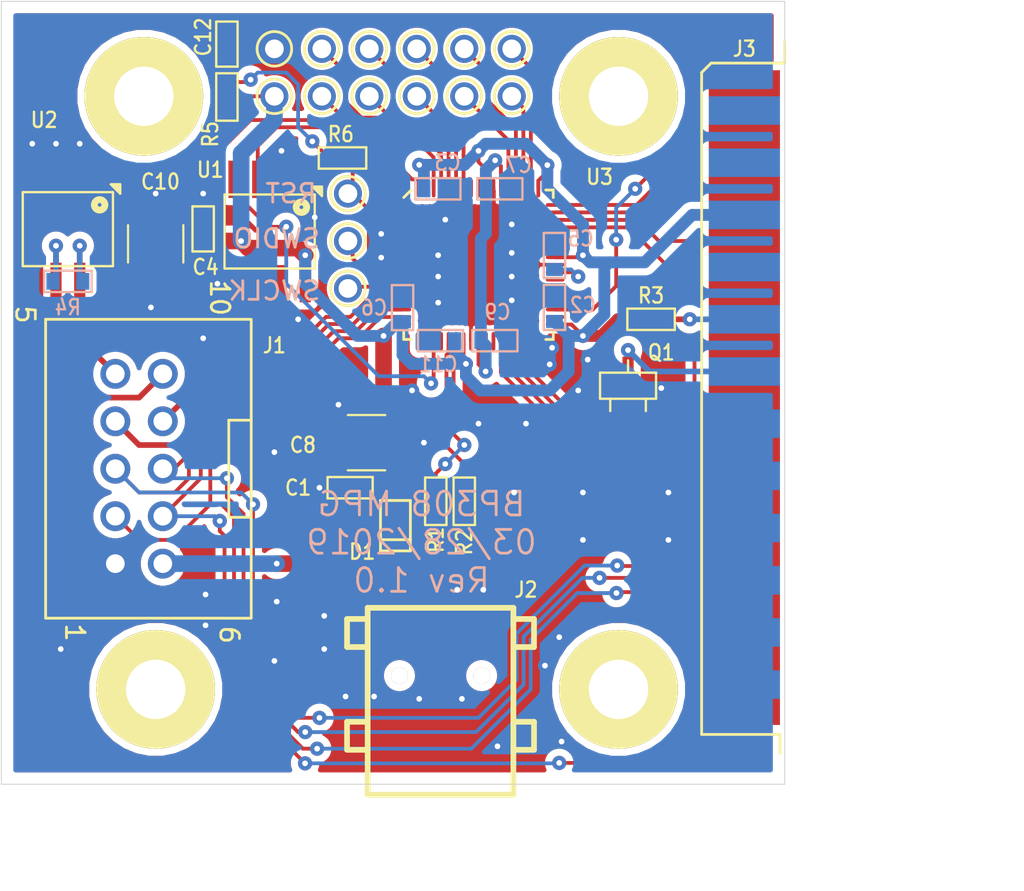
<source format=kicad_pcb>
(kicad_pcb (version 20171130) (host pcbnew "(5.1.0-9-gc61ec8ee3)")
  (layers (0 F.Cu signal) (31 B.Cu signal) (34 B.Paste user) (35 F.Paste user) (36 B.SilkS user) (37 F.SilkS user) (38 B.Mask user) (39 F.Mask user) (44 Edge.Cuts user))
  (net 0 "")
  (net 1 GND)
  (net 2 +5.0Vx)
  (net 3 "Net-(C5-Pad1)")
  (net 4 "Net-(C7-Pad1)")
  (net 5 /MPG_B-)
  (net 6 /MPG_B+)
  (net 7 /MPG_A-)
  (net 8 /MPG_A+)
  (net 9 /TX-)
  (net 10 /TX+)
  (net 11 /RX-)
  (net 12 /RX+)
  (net 13 "Net-(J2-Pad2)")
  (net 14 /LED-)
  (net 15 /LED+)
  (net 16 "Net-(J3-Pad17)")
  (net 17 "Net-(J3-Pad15)")
  (net 18 "Net-(J3-Pad9)")
  (net 19 /X100)
  (net 20 /X10)
  (net 21 /X1)
  (net 22 /A)
  (net 23 /Z)
  (net 24 /Y)
  (net 25 /X)
  (net 26 /ESTOP)
  (net 27 "Net-(J3-Pad14)")
  (net 28 "Net-(Q1-Pad1)")
  (net 29 "Net-(R1-Pad1)")
  (net 30 "Net-(R2-Pad1)")
  (net 31 "Net-(TP1-Pad1)")
  (net 32 "Net-(TP2-Pad1)")
  (net 33 "Net-(TP3-Pad1)")
  (net 34 "Net-(TP4-Pad1)")
  (net 35 "Net-(TP5-Pad1)")
  (net 36 "Net-(TP6-Pad1)")
  (net 37 "Net-(TP7-Pad1)")
  (net 38 "Net-(TP8-Pad1)")
  (net 39 "Net-(TP9-Pad1)")
  (net 40 "Net-(TP10-Pad1)")
  (net 41 /TX_EN)
  (net 42 /TX)
  (net 43 "Net-(U1-Pad1)")
  (net 44 /RX)
  (net 45 "Net-(U3-Pad61)")
  (net 46 "Net-(U3-Pad60)")
  (net 47 "Net-(U3-Pad47)")
  (net 48 "Net-(U3-Pad46)")
  (net 49 "Net-(U3-Pad41)")
  (net 50 "Net-(U3-Pad40)")
  (net 51 "Net-(U3-Pad39)")
  (net 52 "Net-(U3-Pad38)")
  (net 53 "Net-(U3-Pad36)")
  (net 54 "Net-(U3-Pad34)")
  (net 55 "Net-(U3-Pad33)")
  (net 56 "Net-(U3-Pad28)")
  (net 57 "Net-(U3-Pad27)")
  (net 58 "Net-(U3-Pad21)")
  (net 59 "Net-(U3-Pad19)")
  (net 60 "Net-(U3-Pad18)")
  (net 61 "Net-(U3-Pad6)")
  (net 62 "Net-(U3-Pad4)")
  (net 63 "Net-(U3-Pad3)")
  (net 64 "Net-(J2-Pad3)")
  (net 65 "Net-(D1-Pad1)")
  (net 66 "Net-(C12-Pad1)")
  (net 67 /XRES)
  (net 68 /SWDIO)
  (net 69 /SWDCLK)
  (module t_qfn:QFN_68 (layer F.Cu) (at 152.527 78.867)
    (fp_text reference U3 (at 6.477 -4.699) (layer F.SilkS) (effects (font (size 0.8128 0.7112) (thickness 0.127))))
    (fp_text value CY8C58LP_QFN68 hide)
    (pad 69 smd rect (at 0 0) (size 5 5) (layers F.Cu F.Mask) (net 1 GND))
    (pad 68 smd oval (at -3.2 -4.1) (size 0.2 1) (layers F.Cu F.Paste F.Mask) (net 31 "Net-(TP1-Pad1)"))
    (pad 67 smd oval (at -2.8 -4.1) (size 0.2 1) (layers F.Cu F.Paste F.Mask) (net 2 +5.0Vx))
    (pad 66 smd oval (at -2.4 -4.1) (size 0.2 1) (layers F.Cu F.Paste F.Mask) (net 32 "Net-(TP2-Pad1)"))
    (pad 65 smd oval (at -2 -4.1) (size 0.2 1) (layers F.Cu F.Paste F.Mask) (net 33 "Net-(TP3-Pad1)"))
    (pad 64 smd oval (at -1.6 -4.1) (size 0.2 1) (layers F.Cu F.Paste F.Mask) (net 34 "Net-(TP4-Pad1)"))
    (pad 63 smd oval (at -1.2 -4.1) (size 0.2 1) (layers F.Cu F.Paste F.Mask) (net 35 "Net-(TP5-Pad1)"))
    (pad 62 smd oval (at -0.8 -4.1) (size 0.2 1) (layers F.Cu F.Paste F.Mask) (net 36 "Net-(TP6-Pad1)"))
    (pad 61 smd oval (at -0.4 -4.1) (size 0.2 1) (layers F.Cu F.Paste F.Mask) (net 45 "Net-(U3-Pad61)"))
    (pad 60 smd oval (at 0 -4.1) (size 0.2 1) (layers F.Cu F.Paste F.Mask) (net 46 "Net-(U3-Pad60)"))
    (pad 59 smd oval (at 0.4 -4.1) (size 0.2 1) (layers F.Cu F.Paste F.Mask) (net 2 +5.0Vx))
    (pad 58 smd oval (at 0.8 -4.1) (size 0.2 1) (layers F.Cu F.Paste F.Mask) (net 1 GND))
    (pad 57 smd oval (at 1.2 -4.1) (size 0.2 1) (layers F.Cu F.Paste F.Mask) (net 4 "Net-(C7-Pad1)"))
    (pad 56 smd oval (at 1.6 -4.1) (size 0.2 1) (layers F.Cu F.Paste F.Mask) (net 37 "Net-(TP7-Pad1)"))
    (pad 55 smd oval (at 2 -4.1) (size 0.2 1) (layers F.Cu F.Paste F.Mask) (net 38 "Net-(TP8-Pad1)"))
    (pad 54 smd oval (at 2.4 -4.1) (size 0.2 1) (layers F.Cu F.Paste F.Mask) (net 39 "Net-(TP9-Pad1)"))
    (pad 53 smd oval (at 2.8 -4.1) (size 0.2 1) (layers F.Cu F.Paste F.Mask) (net 40 "Net-(TP10-Pad1)"))
    (pad 52 smd oval (at 3.2 -4.1) (size 0.2 1) (layers F.Cu F.Paste F.Mask) (net 2 +5.0Vx))
    (pad 51 smd oval (at 4.1 -3.2 90) (size 0.2 1) (layers F.Cu F.Paste F.Mask) (net 25 /X))
    (pad 50 smd oval (at 4.1 -2.8 90) (size 0.2 1) (layers F.Cu F.Paste F.Mask) (net 24 /Y))
    (pad 49 smd oval (at 4.1 -2.4 90) (size 0.2 1) (layers F.Cu F.Paste F.Mask) (net 23 /Z))
    (pad 48 smd oval (at 4.1 -2 90) (size 0.2 1) (layers F.Cu F.Paste F.Mask) (net 22 /A))
    (pad 47 smd oval (at 4.1 -1.6 90) (size 0.2 1) (layers F.Cu F.Paste F.Mask) (net 47 "Net-(U3-Pad47)"))
    (pad 46 smd oval (at 4.1 -1.2 90) (size 0.2 1) (layers F.Cu F.Paste F.Mask) (net 48 "Net-(U3-Pad46)"))
    (pad 45 smd oval (at 4.1 -0.8 90) (size 0.2 1) (layers F.Cu F.Paste F.Mask) (net 1 GND))
    (pad 44 smd oval (at 4.1 -0.4 90) (size 0.2 1) (layers F.Cu F.Paste F.Mask) (net 2 +5.0Vx))
    (pad 43 smd oval (at 4.1 0 90) (size 0.2 1) (layers F.Cu F.Paste F.Mask) (net 1 GND))
    (pad 42 smd oval (at 4.1 0.4 90) (size 0.2 1) (layers F.Cu F.Paste F.Mask) (net 3 "Net-(C5-Pad1)"))
    (pad 41 smd oval (at 4.1 0.8 90) (size 0.2 1) (layers F.Cu F.Paste F.Mask) (net 49 "Net-(U3-Pad41)"))
    (pad 40 smd oval (at 4.1 1.2 90) (size 0.2 1) (layers F.Cu F.Paste F.Mask) (net 50 "Net-(U3-Pad40)"))
    (pad 39 smd oval (at 4.1 1.6 90) (size 0.2 1) (layers F.Cu F.Paste F.Mask) (net 51 "Net-(U3-Pad39)"))
    (pad 38 smd oval (at 4.1 2 90) (size 0.2 1) (layers F.Cu F.Paste F.Mask) (net 52 "Net-(U3-Pad38)"))
    (pad 37 smd oval (at 4.1 2.4 90) (size 0.2 1) (layers F.Cu F.Paste F.Mask) (net 26 /ESTOP))
    (pad 36 smd oval (at 4.1 2.8 90) (size 0.2 1) (layers F.Cu F.Paste F.Mask) (net 53 "Net-(U3-Pad36)"))
    (pad 35 smd oval (at 4.1 3.2 90) (size 0.2 1) (layers F.Cu F.Paste F.Mask) (net 2 +5.0Vx))
    (pad 34 smd oval (at 3.2 4.1) (size 0.2 1) (layers F.Cu F.Paste F.Mask) (net 54 "Net-(U3-Pad34)"))
    (pad 33 smd oval (at 2.8 4.1) (size 0.2 1) (layers F.Cu F.Paste F.Mask) (net 55 "Net-(U3-Pad33)"))
    (pad 32 smd oval (at 2.4 4.1) (size 0.2 1) (layers F.Cu F.Paste F.Mask) (net 28 "Net-(Q1-Pad1)"))
    (pad 31 smd oval (at 2 4.1) (size 0.2 1) (layers F.Cu F.Paste F.Mask) (net 21 /X1))
    (pad 30 smd oval (at 1.6 4.1) (size 0.2 1) (layers F.Cu F.Paste F.Mask) (net 20 /X10))
    (pad 29 smd oval (at 1.2 4.1) (size 0.2 1) (layers F.Cu F.Paste F.Mask) (net 19 /X100))
    (pad 28 smd oval (at 0.8 4.1) (size 0.2 1) (layers F.Cu F.Paste F.Mask) (net 56 "Net-(U3-Pad28)"))
    (pad 27 smd oval (at 0.4 4.1) (size 0.2 1) (layers F.Cu F.Paste F.Mask) (net 57 "Net-(U3-Pad27)"))
    (pad 26 smd oval (at 0 4.1) (size 0.2 1) (layers F.Cu F.Paste F.Mask) (net 4 "Net-(C7-Pad1)"))
    (pad 25 smd oval (at -0.4 4.1) (size 0.2 1) (layers F.Cu F.Paste F.Mask) (net 1 GND))
    (pad 24 smd oval (at -0.8 4.1) (size 0.2 1) (layers F.Cu F.Paste F.Mask) (net 2 +5.0Vx))
    (pad 23 smd oval (at -1.2 4.1) (size 0.2 1) (layers F.Cu F.Paste F.Mask) (net 29 "Net-(R1-Pad1)"))
    (pad 22 smd oval (at -1.6 4.1) (size 0.2 1) (layers F.Cu F.Paste F.Mask) (net 30 "Net-(R2-Pad1)"))
    (pad 21 smd oval (at -2 4.1) (size 0.2 1) (layers F.Cu F.Paste F.Mask) (net 58 "Net-(U3-Pad21)"))
    (pad 20 smd oval (at -2.4 4.1) (size 0.2 1) (layers F.Cu F.Paste F.Mask) (net 41 /TX_EN))
    (pad 19 smd oval (at -2.8 4.1) (size 0.2 1) (layers F.Cu F.Paste F.Mask) (net 59 "Net-(U3-Pad19)"))
    (pad 18 smd oval (at -3.2 4.1) (size 0.2 1) (layers F.Cu F.Paste F.Mask) (net 60 "Net-(U3-Pad18)"))
    (pad 17 smd oval (at -4.1 3.2 90) (size 0.2 1) (layers F.Cu F.Paste F.Mask) (net 2 +5.0Vx))
    (pad 16 smd oval (at -4.1 2.8 90) (size 0.2 1) (layers F.Cu F.Paste F.Mask) (net 5 /MPG_B-))
    (pad 15 smd oval (at -4.1 2.4 90) (size 0.2 1) (layers F.Cu F.Paste F.Mask) (net 6 /MPG_B+))
    (pad 14 smd oval (at -4.1 2 90) (size 0.2 1) (layers F.Cu F.Paste F.Mask) (net 7 /MPG_A-))
    (pad 13 smd oval (at -4.1 1.6 90) (size 0.2 1) (layers F.Cu F.Paste F.Mask) (net 8 /MPG_A+))
    (pad 12 smd oval (at -4.1 1.2 90) (size 0.2 1) (layers F.Cu F.Paste F.Mask) (net 69 /SWDCLK))
    (pad 11 smd oval (at -4.1 0.8 90) (size 0.2 1) (layers F.Cu F.Paste F.Mask) (net 68 /SWDIO))
    (pad 10 smd oval (at -4.1 0.4 90) (size 0.2 1) (layers F.Cu F.Paste F.Mask) (net 67 /XRES))
    (pad 9 smd oval (at -4.1 0 90) (size 0.2 1) (layers F.Cu F.Paste F.Mask) (net 1 GND))
    (pad 8 smd oval (at -4.1 -0.4 90) (size 0.2 1) (layers F.Cu F.Paste F.Mask) (net 1 GND))
    (pad 7 smd oval (at -4.1 -0.8 90) (size 0.2 1) (layers F.Cu F.Paste F.Mask) (net 1 GND))
    (pad 6 smd oval (at -4.1 -1.2 90) (size 0.2 1) (layers F.Cu F.Paste F.Mask) (net 61 "Net-(U3-Pad6)"))
    (pad 5 smd oval (at -4.1 -1.6 90) (size 0.2 1) (layers F.Cu F.Paste F.Mask) (net 1 GND))
    (pad 4 smd oval (at -4.1 -2 90) (size 0.2 1) (layers F.Cu F.Paste F.Mask) (net 62 "Net-(U3-Pad4)"))
    (pad 3 smd oval (at -4.1 -2.4 90) (size 0.2 1) (layers F.Cu F.Paste F.Mask) (net 63 "Net-(U3-Pad3)"))
    (pad 2 smd oval (at -4.1 -2.8 90) (size 0.2 1) (layers F.Cu F.Paste F.Mask) (net 42 /TX))
    (pad 1 smd oval (at -4.1 -3.2 90) (size 0.2 1) (layers F.Cu F.Paste F.Mask) (net 44 /RX))
  )
  (module t_so:SOIC-8 (layer F.Cu) (at 141.351 77.089 180)
    (fp_text reference U1 (at 3.175 3.302) (layer F.SilkS) (effects (font (size 0.8128 0.7112) (thickness 0.127))))
    (fp_text value LTC485 hide)
    (pad 8 smd rect (at -1.905 -2.794 180) (size 0.59944 1.99898) (layers F.Cu F.Paste F.Mask) (net 2 +5.0Vx))
    (pad 7 smd rect (at -0.635 -2.794 180) (size 0.59944 1.99898) (layers F.Cu F.Paste F.Mask) (net 9 /TX-))
    (pad 6 smd rect (at 0.635 -2.794 180) (size 0.59944 1.99898) (layers F.Cu F.Paste F.Mask) (net 10 /TX+))
    (pad 5 smd rect (at 1.905 -2.794 180) (size 0.59944 1.99898) (layers F.Cu F.Paste F.Mask) (net 1 GND))
    (pad 4 smd rect (at 1.905 2.794 180) (size 0.59944 1.99898) (layers F.Cu F.Paste F.Mask) (net 41 /TX_EN))
    (pad 3 smd rect (at 0.635 2.794 180) (size 0.59944 1.99898) (layers F.Cu F.Paste F.Mask) (net 42 /TX))
    (pad 2 smd rect (at -0.635 2.794 180) (size 0.59944 1.99898) (layers F.Cu F.Paste F.Mask) (net 1 GND))
    (pad 1 smd rect (at -1.905 2.794 180) (size 0.59944 1.99898) (layers F.Cu F.Paste F.Mask) (net 43 "Net-(U1-Pad1)"))
  )
  (module t_MtgHoles:MTG_250_D125 (layer F.Cu) (at 160.02 101.6)
    (fp_text reference REF** hide)
    (fp_text value MTG_250_D125 hide)
    (pad 1 thru_hole circle (at 0 0) (size 6.35 6.35) (drill 3.175) (layers *.Cu *.Mask F.SilkS))
  )
  (module t_MtgHoles:MTG_250_D125 (layer F.Cu) (at 160.02 69.85)
    (fp_text reference REF** hide)
    (fp_text value MTG_250_D125 hide)
    (pad 1 thru_hole circle (at 0 0) (size 6.35 6.35) (drill 3.175) (layers *.Cu *.Mask F.SilkS))
  )
  (module t_MtgHoles:MTG_250_D125 (layer F.Cu) (at 135.255 101.6)
    (fp_text reference REF** hide)
    (fp_text value MTG_250_D125 hide)
    (pad 1 thru_hole circle (at 0 0) (size 6.35 6.35) (drill 3.175) (layers *.Cu *.Mask F.SilkS))
  )
  (module t_MtgHoles:MTG_250_D125 (layer F.Cu) (at 134.62 69.85)
    (fp_text reference REF** hide)
    (fp_text value MTG_250_D125 hide)
    (pad 1 thru_hole circle (at 0 0) (size 6.35 6.35) (drill 3.175) (layers *.Cu *.Mask F.SilkS))
  )
  (module t_passive_smd:cap_0603 (layer F.Cu) (at 145.657 90.805)
    (fp_text reference C1 (at -2.782 0) (layer F.SilkS) (effects (font (size 0.8128 0.7112) (thickness 0.127))))
    (fp_text value 0.1uF hide)
    (pad 2 smd rect (at -0.75 0) (size 0.7 0.9) (layers F.Cu F.Paste F.Mask) (net 1 GND))
    (pad 1 smd rect (at 0.75 0) (size 0.7 0.9) (layers F.Cu F.Paste F.Mask) (net 2 +5.0Vx))
  )
  (module t_passive_smd:cap_0603 (layer B.Cu) (at 156.591 81.153 270)
    (fp_text reference C2 (at -0.127 -1.524) (layer B.SilkS) (effects (font (size 0.8128 0.7112) (thickness 0.127)) (justify mirror)))
    (fp_text value 0.1uF hide)
    (pad 1 smd rect (at 0.75 0 270) (size 0.7 0.9) (layers B.Cu B.Paste B.Mask) (net 2 +5.0Vx))
    (pad 2 smd rect (at -0.75 0 270) (size 0.7 0.9) (layers B.Cu B.Paste B.Mask) (net 1 GND))
  )
  (module t_passive_smd:cap_0603 (layer B.Cu) (at 150.356 74.803 180)
    (fp_text reference C3 (at -0.52 1.397 180) (layer B.SilkS) (effects (font (size 0.8128 0.7112) (thickness 0.127)) (justify mirror)))
    (fp_text value 0.1uF hide)
    (pad 2 smd rect (at -0.75 0 180) (size 0.7 0.9) (layers B.Cu B.Paste B.Mask) (net 1 GND))
    (pad 1 smd rect (at 0.75 0 180) (size 0.7 0.9) (layers B.Cu B.Paste B.Mask) (net 2 +5.0Vx))
  )
  (module t_passive_smd:cap_0603 (layer F.Cu) (at 137.795 76.95 270)
    (fp_text reference C4 (at 2.044 -0.127) (layer F.SilkS) (effects (font (size 0.8128 0.7112) (thickness 0.127))))
    (fp_text value 0.1uF hide)
    (pad 1 smd rect (at 0.75 0 270) (size 0.7 0.9) (layers F.Cu F.Paste F.Mask) (net 2 +5.0Vx))
    (pad 2 smd rect (at -0.75 0 270) (size 0.7 0.9) (layers F.Cu F.Paste F.Mask) (net 1 GND))
  )
  (module t_passive_smd:cap_0603 (layer B.Cu) (at 156.591 78.371 270)
    (fp_text reference C5 (at -0.901 -1.397) (layer B.SilkS) (effects (font (size 0.8128 0.7112) (thickness 0.127)) (justify mirror)))
    (fp_text value 0.1uF hide)
    (pad 1 smd rect (at 0.75 0 270) (size 0.7 0.9) (layers B.Cu B.Paste B.Mask) (net 3 "Net-(C5-Pad1)"))
    (pad 2 smd rect (at -0.75 0 270) (size 0.7 0.9) (layers B.Cu B.Paste B.Mask) (net 1 GND))
  )
  (module t_passive_smd:cap_0603 (layer B.Cu) (at 148.463 81.165 270)
    (fp_text reference C6 (at 0 1.524) (layer B.SilkS) (effects (font (size 0.8128 0.7112) (thickness 0.127)) (justify mirror)))
    (fp_text value 0.1uF hide)
    (pad 2 smd rect (at -0.75 0 270) (size 0.7 0.9) (layers B.Cu B.Paste B.Mask) (net 1 GND))
    (pad 1 smd rect (at 0.75 0 270) (size 0.7 0.9) (layers B.Cu B.Paste B.Mask) (net 2 +5.0Vx))
  )
  (module t_passive_smd:cap_0603 (layer B.Cu) (at 153.67 74.803 180)
    (fp_text reference C7 (at -1.016 1.27 180) (layer B.SilkS) (effects (font (size 0.8128 0.7112) (thickness 0.127)) (justify mirror)))
    (fp_text value 0.1uF hide)
    (pad 1 smd rect (at 0.75 0 180) (size 0.7 0.9) (layers B.Cu B.Paste B.Mask) (net 4 "Net-(C7-Pad1)"))
    (pad 2 smd rect (at -0.75 0 180) (size 0.7 0.9) (layers B.Cu B.Paste B.Mask) (net 1 GND))
  )
  (module t_passive_smd:cap_1210 (layer F.Cu) (at 146.534 88.392 180)
    (fp_text reference C8 (at 3.405 -0.127 180) (layer F.SilkS) (effects (font (size 0.8128 0.7112) (thickness 0.127))))
    (fp_text value 10uF hide)
    (pad 2 smd rect (at 1.5 0 180) (size 1.2 2.5) (layers F.Cu F.Paste F.Mask) (net 1 GND))
    (pad 1 smd rect (at -1.5 0 180) (size 1.2 2.5) (layers F.Cu F.Paste F.Mask) (net 2 +5.0Vx))
  )
  (module t_passive_smd:cap_0603 (layer B.Cu) (at 153.404 82.931 180)
    (fp_text reference C9 (at -0.139 1.524 180) (layer B.SilkS) (effects (font (size 0.8128 0.7112) (thickness 0.127)) (justify mirror)))
    (fp_text value 0.1uF hide)
    (pad 2 smd rect (at -0.75 0 180) (size 0.7 0.9) (layers B.Cu B.Paste B.Mask) (net 1 GND))
    (pad 1 smd rect (at 0.75 0 180) (size 0.7 0.9) (layers B.Cu B.Paste B.Mask) (net 4 "Net-(C7-Pad1)"))
  )
  (module t_passive_smd:cap_1210 (layer F.Cu) (at 135.255 77.748 90)
    (fp_text reference C10 (at 3.326 0.254 180) (layer F.SilkS) (effects (font (size 0.8128 0.7112) (thickness 0.127))))
    (fp_text value 10uF hide)
    (pad 1 smd rect (at -1.5 0 90) (size 1.2 2.5) (layers F.Cu F.Paste F.Mask) (net 2 +5.0Vx))
    (pad 2 smd rect (at 1.5 0 90) (size 1.2 2.5) (layers F.Cu F.Paste F.Mask) (net 1 GND))
  )
  (module t_so:SOD-123 (layer F.Cu) (at 148.082 92.837 90)
    (fp_text reference D1 (at -1.397 -1.778 -180) (layer F.SilkS) (effects (font (size 0.8128 0.7112) (thickness 0.127))))
    (fp_text value 1N5819HW hide)
    (pad 1 smd rect (at -2.025 0 90) (size 0.9 0.95) (layers F.Cu F.Paste F.Mask) (net 65 "Net-(D1-Pad1)"))
    (pad 2 smd rect (at 2.025 0 90) (size 0.9 0.95) (layers F.Cu F.Paste F.Mask) (net 2 +5.0Vx))
  )
  (module t_connectors:c-5-103168-3 (layer F.Cu) (at 134.366 89.789 90)
    (fp_text reference J1 (at 6.604 7.239 180) (layer F.SilkS) (effects (font (size 0.8128 0.7112) (thickness 0.127))))
    (fp_text value Conn_02x05_Top_Bottom hide)
    (pad 1 thru_hole rect (at -5.08 -1.27 90) (size 1.6 1.6) (drill 1) (layers *.Cu *.Mask) (net 1 GND))
    (pad 6 thru_hole circle (at -5.08 1.27 90) (size 1.6 1.6) (drill 1) (layers *.Cu *.Mask) (net 2 +5.0Vx))
    (pad 2 thru_hole circle (at -2.54 -1.27 90) (size 1.6 1.6) (drill 1) (layers *.Cu *.Mask) (net 5 /MPG_B-))
    (pad 7 thru_hole circle (at -2.54 1.27 90) (size 1.6 1.6) (drill 1) (layers *.Cu *.Mask) (net 6 /MPG_B+))
    (pad 3 thru_hole circle (at 0 -1.27 90) (size 1.6 1.6) (drill 1) (layers *.Cu *.Mask) (net 7 /MPG_A-))
    (pad 8 thru_hole circle (at 0 1.27 90) (size 1.6 1.6) (drill 1) (layers *.Cu *.Mask) (net 8 /MPG_A+))
    (pad 4 thru_hole circle (at 2.54 -1.27 90) (size 1.6 1.6) (drill 1) (layers *.Cu *.Mask) (net 9 /TX-))
    (pad 9 thru_hole circle (at 2.54 1.27 90) (size 1.6 1.6) (drill 1) (layers *.Cu *.Mask) (net 10 /TX+))
    (pad 5 thru_hole circle (at 5.08 -1.27 90) (size 1.6 1.6) (drill 1) (layers *.Cu *.Mask) (net 11 /RX-))
    (pad 10 thru_hole circle (at 5.08 1.27 90) (size 1.6 1.6) (drill 1) (layers *.Cu *.Mask) (net 12 /RX+))
  )
  (module t_connectors:conn_usb_B_mini_smd (layer F.Cu) (at 150.495 102.235)
    (fp_text reference J2 (at 4.572 -5.969) (layer F.SilkS) (effects (font (size 0.8128 0.7112) (thickness 0.127))))
    (fp_text value USB_micro-B hide)
    (pad "" smd rect (at 4.42976 -3.6195) (size 2.1971 2.1971) (layers F.Cu F.Paste F.Mask) (net 1 GND))
    (pad 1 smd rect (at -1.59766 -3.8989) (size 0.49784 2.1971) (layers F.Cu F.Paste F.Mask) (net 65 "Net-(D1-Pad1)"))
    (pad 2 smd rect (at -0.79756 -3.8989) (size 0.49784 2.1971) (layers F.Cu F.Paste F.Mask) (net 13 "Net-(J2-Pad2)"))
    (pad 3 smd rect (at 0 -3.8989) (size 0.49784 2.1971) (layers F.Cu F.Paste F.Mask) (net 64 "Net-(J2-Pad3)"))
    (pad 4 smd rect (at 0.79756 -3.8989) (size 0.49784 2.1971) (layers F.Cu F.Paste F.Mask) (net 1 GND))
    (pad 5 smd rect (at 1.59766 -3.8989) (size 0.49784 2.1971) (layers F.Cu F.Paste F.Mask) (net 1 GND))
    (pad "" np_thru_hole circle (at -2.1971 -1.3716) (size 0.89916 0.89916) (drill 0.899159) (layers *.Cu *.Mask F.SilkS))
    (pad "" np_thru_hole circle (at 2.19964 -1.3716) (size 0.89916 0.89916) (drill 0.899159) (layers *.Cu *.Mask F.SilkS))
    (pad "" smd rect (at -4.42976 -3.6195) (size 2.1971 2.1971) (layers F.Cu F.Paste F.Mask) (net 1 GND))
    (pad "" smd rect (at -4.42976 1.8796) (size 2.1971 2.1971) (layers F.Cu F.Paste F.Mask) (net 1 GND))
    (pad "" smd rect (at 4.42976 1.8796) (size 2.1971 2.1971) (layers F.Cu F.Paste F.Mask) (net 1 GND))
  )
  (module t_connectors:DB25_F_Edge (layer F.Cu) (at 166.751 85.979)
    (fp_text reference J3 (at 0 -18.669) (layer F.SilkS) (effects (font (size 0.8128 0.7112) (thickness 0.127))))
    (fp_text value DB25_FEMALE)
    (pad 24 smd rect (at 0 12.573) (size 3.81 1.524) (layers B.Cu B.Paste B.Mask) (net 1 GND))
    (pad 23 smd rect (at 0 9.779) (size 3.81 1.524) (layers B.Cu B.Paste B.Mask) (net 1 GND))
    (pad 22 smd rect (at 0 6.985) (size 3.81 1.524) (layers B.Cu B.Paste B.Mask) (net 1 GND))
    (pad 21 smd rect (at 0 4.191) (size 3.81 1.524) (layers B.Cu B.Paste B.Mask) (net 1 GND))
    (pad 20 smd rect (at 0 1.397) (size 3.81 1.524) (layers B.Cu B.Paste B.Mask) (net 1 GND))
    (pad 19 smd rect (at 0 -1.397) (size 3.81 1.524) (layers B.Cu B.Paste B.Mask) (net 14 /LED-))
    (pad 18 smd rect (at 0 -4.191) (size 3.81 1.524) (layers B.Cu B.Paste B.Mask) (net 15 /LED+))
    (pad 17 smd rect (at 0 -6.985) (size 3.81 1.524) (layers B.Cu B.Paste B.Mask) (net 16 "Net-(J3-Pad17)"))
    (pad 16 smd rect (at 0 -9.779) (size 3.81 1.524) (layers B.Cu B.Paste B.Mask) (net 2 +5.0Vx))
    (pad 15 smd rect (at 0 -12.573) (size 3.81 1.524) (layers B.Cu B.Paste B.Mask) (net 17 "Net-(J3-Pad15)"))
    (pad 13 smd rect (at 0 16.764) (size 3.81 1.524) (layers F.Cu F.Paste F.Mask) (net 6 /MPG_B+))
    (pad 12 smd rect (at 0 13.97) (size 3.81 1.524) (layers F.Cu F.Paste F.Mask) (net 5 /MPG_B-))
    (pad 11 smd rect (at 0 11.176) (size 3.81 1.524) (layers F.Cu F.Paste F.Mask) (net 8 /MPG_A+))
    (pad 10 smd rect (at 0 8.382) (size 3.81 1.524) (layers F.Cu F.Paste F.Mask) (net 7 /MPG_A-))
    (pad 9 smd rect (at 0 5.588) (size 3.81 1.524) (layers F.Cu F.Paste F.Mask) (net 18 "Net-(J3-Pad9)"))
    (pad 8 smd rect (at 0 2.794) (size 3.81 1.524) (layers F.Cu F.Paste F.Mask) (net 19 /X100))
    (pad 7 smd rect (at 0 0) (size 3.81 1.524) (layers F.Cu F.Paste F.Mask) (net 20 /X10))
    (pad 6 smd rect (at 0 -2.794) (size 3.81 1.524) (layers F.Cu F.Paste F.Mask) (net 21 /X1))
    (pad 5 smd rect (at 0 -5.588) (size 3.81 1.524) (layers F.Cu F.Paste F.Mask) (net 22 /A))
    (pad 4 smd rect (at 0 -8.382) (size 3.81 1.524) (layers F.Cu F.Paste F.Mask) (net 23 /Z))
    (pad 3 smd rect (at 0 -11.176) (size 3.81 1.524) (layers F.Cu F.Paste F.Mask) (net 24 /Y))
    (pad 2 smd rect (at 0 -13.97) (size 3.81 1.524) (layers F.Cu F.Paste F.Mask) (net 25 /X))
    (pad 1 smd rect (at 0 -16.764) (size 3.81 1.524) (layers F.Cu F.Paste F.Mask) (net 26 /ESTOP))
    (pad 14 smd rect (at 0 -15.367) (size 3.81 1.524) (layers B.Cu B.Paste B.Mask) (net 27 "Net-(J3-Pad14)"))
    (pad 25 smd rect (at 0 15.367) (size 3.81 1.524) (layers B.Cu B.Paste B.Mask) (net 1 GND))
  )
  (module t_sot:sot-23 (layer F.Cu) (at 160.528 85.344)
    (fp_text reference Q1 (at 1.778 -1.778) (layer F.SilkS) (effects (font (size 0.8128 0.7112) (thickness 0.127))))
    (fp_text value BSS123 hide)
    (pad 2 smd rect (at 0.9525 1.05664) (size 0.59944 1.00076) (layers F.Cu F.Paste F.Mask) (net 1 GND))
    (pad 3 smd rect (at 0 -1.05664) (size 0.59944 1.00076) (layers F.Cu F.Paste F.Mask) (net 14 /LED-))
    (pad 1 smd rect (at -0.9525 1.05664) (size 0.59944 1.00076) (layers F.Cu F.Paste F.Mask) (net 28 "Net-(Q1-Pad1)"))
  )
  (module t_passive_smd:res_0603 (layer F.Cu) (at 150.241 91.529 90)
    (fp_text reference R1 (at -2.07 0 90) (layer F.SilkS) (effects (font (size 0.8128 0.7112) (thickness 0.127))))
    (fp_text value Res6 hide)
    (pad 1 smd rect (at 0.8 0 90) (size 0.7 0.9) (layers F.Cu F.Paste F.Mask) (net 29 "Net-(R1-Pad1)"))
    (pad 2 smd rect (at -0.8 0 90) (size 0.7 0.9) (layers F.Cu F.Paste F.Mask) (net 13 "Net-(J2-Pad2)"))
  )
  (module t_passive_smd:res_0603 (layer F.Cu) (at 151.765 91.529 90)
    (fp_text reference R2 (at -2.197 0 90) (layer F.SilkS) (effects (font (size 0.8128 0.7112) (thickness 0.127))))
    (fp_text value Res6 hide)
    (pad 2 smd rect (at -0.8 0 90) (size 0.7 0.9) (layers F.Cu F.Paste F.Mask) (net 64 "Net-(J2-Pad3)"))
    (pad 1 smd rect (at 0.8 0 90) (size 0.7 0.9) (layers F.Cu F.Paste F.Mask) (net 30 "Net-(R2-Pad1)"))
  )
  (module t_passive_smd:res_0603 (layer F.Cu) (at 161.76 81.788)
    (fp_text reference R3 (at 0 -1.27) (layer F.SilkS) (effects (font (size 0.8128 0.7112) (thickness 0.127))))
    (fp_text value Res6 hide)
    (pad 1 smd rect (at 0.8 0) (size 0.7 0.9) (layers F.Cu F.Paste F.Mask) (net 15 /LED+))
    (pad 2 smd rect (at -0.8 0) (size 0.7 0.9) (layers F.Cu F.Paste F.Mask) (net 2 +5.0Vx))
  )
  (module t_misc:TP60 (layer F.Cu) (at 144.145 69.85)
    (fp_text reference TP1 hide)
    (fp_text value TP hide)
    (pad 1 thru_hole circle (at 0 0) (size 1.5 1.5) (drill 1) (layers *.Cu *.Mask) (net 31 "Net-(TP1-Pad1)"))
  )
  (module t_misc:TP60 (layer F.Cu) (at 144.145 67.31)
    (fp_text reference TP2 hide)
    (fp_text value TP hide)
    (pad 1 thru_hole circle (at 0 0) (size 1.5 1.5) (drill 1) (layers *.Cu *.Mask) (net 32 "Net-(TP2-Pad1)"))
  )
  (module t_misc:TP60 (layer F.Cu) (at 146.685 69.85)
    (fp_text reference TP3 hide)
    (fp_text value TP hide)
    (pad 1 thru_hole circle (at 0 0) (size 1.5 1.5) (drill 1) (layers *.Cu *.Mask) (net 33 "Net-(TP3-Pad1)"))
  )
  (module t_misc:TP60 (layer F.Cu) (at 146.685 67.31)
    (fp_text reference TP4 hide)
    (fp_text value TP hide)
    (pad 1 thru_hole circle (at 0 0) (size 1.5 1.5) (drill 1) (layers *.Cu *.Mask) (net 34 "Net-(TP4-Pad1)"))
  )
  (module t_misc:TP60 (layer F.Cu) (at 149.225 69.85)
    (fp_text reference TP5 hide)
    (fp_text value TP hide)
    (pad 1 thru_hole circle (at 0 0) (size 1.5 1.5) (drill 1) (layers *.Cu *.Mask) (net 35 "Net-(TP5-Pad1)"))
  )
  (module t_misc:TP60 (layer F.Cu) (at 149.225 67.31)
    (fp_text reference TP6 hide)
    (fp_text value TP hide)
    (pad 1 thru_hole circle (at 0 0) (size 1.5 1.5) (drill 1) (layers *.Cu *.Mask) (net 36 "Net-(TP6-Pad1)"))
  )
  (module t_misc:TP60 (layer F.Cu) (at 151.765 69.85)
    (fp_text reference TP7 hide)
    (fp_text value TP hide)
    (pad 1 thru_hole circle (at 0 0) (size 1.5 1.5) (drill 1) (layers *.Cu *.Mask) (net 37 "Net-(TP7-Pad1)"))
  )
  (module t_misc:TP60 (layer F.Cu) (at 151.765 67.31)
    (fp_text reference TP8 hide)
    (fp_text value TP hide)
    (pad 1 thru_hole circle (at 0 0) (size 1.5 1.5) (drill 1) (layers *.Cu *.Mask) (net 38 "Net-(TP8-Pad1)"))
  )
  (module t_misc:TP60 (layer F.Cu) (at 154.305 69.85)
    (fp_text reference TP9 hide)
    (fp_text value TP hide)
    (pad 1 thru_hole circle (at 0 0) (size 1.5 1.5) (drill 1) (layers *.Cu *.Mask) (net 39 "Net-(TP9-Pad1)"))
  )
  (module t_misc:TP60 (layer F.Cu) (at 154.305 67.31)
    (fp_text reference TP10 hide)
    (fp_text value TP hide)
    (pad 1 thru_hole circle (at 0 0) (size 1.5 1.5) (drill 1) (layers *.Cu *.Mask) (net 40 "Net-(TP10-Pad1)"))
  )
  (module t_so:SOIC-8 (layer F.Cu) (at 130.556 76.962 180)
    (fp_text reference U2 (at 1.27 5.842) (layer F.SilkS) (effects (font (size 0.8128 0.7112) (thickness 0.127))))
    (fp_text value LTC485 hide)
    (pad 1 smd rect (at -1.905 2.794 180) (size 0.59944 1.99898) (layers F.Cu F.Paste F.Mask) (net 44 /RX))
    (pad 2 smd rect (at -0.635 2.794 180) (size 0.59944 1.99898) (layers F.Cu F.Paste F.Mask) (net 1 GND))
    (pad 3 smd rect (at 0.635 2.794 180) (size 0.59944 1.99898) (layers F.Cu F.Paste F.Mask) (net 1 GND))
    (pad 4 smd rect (at 1.905 2.794 180) (size 0.59944 1.99898) (layers F.Cu F.Paste F.Mask) (net 1 GND))
    (pad 5 smd rect (at 1.905 -2.794 180) (size 0.59944 1.99898) (layers F.Cu F.Paste F.Mask) (net 1 GND))
    (pad 6 smd rect (at 0.635 -2.794 180) (size 0.59944 1.99898) (layers F.Cu F.Paste F.Mask) (net 12 /RX+))
    (pad 7 smd rect (at -0.635 -2.794 180) (size 0.59944 1.99898) (layers F.Cu F.Paste F.Mask) (net 11 /RX-))
    (pad 8 smd rect (at -1.905 -2.794 180) (size 0.59944 1.99898) (layers F.Cu F.Paste F.Mask) (net 2 +5.0Vx))
  )
  (module t_passive_smd:res_0603 (layer B.Cu) (at 130.556 79.756 180)
    (fp_text reference R4 (at 0 -1.397 180) (layer B.SilkS) (effects (font (size 0.8128 0.7112) (thickness 0.127)) (justify mirror)))
    (fp_text value Res6 hide)
    (pad 1 smd rect (at 0.8 0 180) (size 0.7 0.9) (layers B.Cu B.Paste B.Mask) (net 12 /RX+))
    (pad 2 smd rect (at -0.8 0 180) (size 0.7 0.9) (layers B.Cu B.Paste B.Mask) (net 11 /RX-))
  )
  (module t_passive_smd:cap_0603 (layer B.Cu) (at 150.495 82.931)
    (fp_text reference C11 (at -0.127 1.27) (layer B.SilkS) (effects (font (size 0.8128 0.7112) (thickness 0.127)) (justify mirror)))
    (fp_text value 0.1uF hide)
    (pad 1 smd rect (at 0.75 0) (size 0.7 0.9) (layers B.Cu B.Paste B.Mask) (net 2 +5.0Vx))
    (pad 2 smd rect (at -0.75 0) (size 0.7 0.9) (layers B.Cu B.Paste B.Mask) (net 1 GND))
  )
  (module t_misc:TP60 (layer F.Cu) (at 141.605 69.85)
    (fp_text reference TP11 hide)
    (fp_text value TP hide)
    (pad 1 thru_hole circle (at 0 0) (size 1.5 1.5) (drill 1) (layers *.Cu *.Mask) (net 2 +5.0Vx))
  )
  (module t_misc:TP60 (layer F.Cu) (at 141.605 67.31)
    (fp_text reference TP12 hide)
    (fp_text value TP hide)
    (pad 1 thru_hole circle (at 0 0) (size 1.5 1.5) (drill 1) (layers *.Cu *.Mask) (net 1 GND))
  )
  (module t_passive_smd:cap_0603 (layer F.Cu) (at 139.065 67.056 270)
    (fp_text reference C12 (at -0.381 1.27 270) (layer F.SilkS) (effects (font (size 0.8128 0.7112) (thickness 0.127))))
    (fp_text value 0.1uF hide)
    (pad 1 smd rect (at 0.75 0 270) (size 0.7 0.9) (layers F.Cu F.Paste F.Mask) (net 66 "Net-(C12-Pad1)"))
    (pad 2 smd rect (at -0.75 0 270) (size 0.7 0.9) (layers F.Cu F.Paste F.Mask) (net 1 GND))
  )
  (module t_passive_smd:res_0603 (layer F.Cu) (at 139.065 69.888 90)
    (fp_text reference R5 (at -1.994 -0.889 90) (layer F.SilkS) (effects (font (size 0.8128 0.7112) (thickness 0.127))))
    (fp_text value Res6 hide)
    (pad 2 smd rect (at -0.8 0 90) (size 0.7 0.9) (layers F.Cu F.Paste F.Mask) (net 2 +5.0Vx))
    (pad 1 smd rect (at 0.8 0 90) (size 0.7 0.9) (layers F.Cu F.Paste F.Mask) (net 66 "Net-(C12-Pad1)"))
  )
  (module t_passive_smd:res_0603 (layer F.Cu) (at 145.25 73.152 180)
    (fp_text reference R6 (at 0.089 1.27 180) (layer F.SilkS) (effects (font (size 0.8128 0.7112) (thickness 0.127))))
    (fp_text value Res6 hide)
    (pad 1 smd rect (at 0.8 0 180) (size 0.7 0.9) (layers F.Cu F.Paste F.Mask) (net 66 "Net-(C12-Pad1)"))
    (pad 2 smd rect (at -0.8 0 180) (size 0.7 0.9) (layers F.Cu F.Paste F.Mask) (net 67 /XRES))
  )
  (module t_misc:TP60 (layer F.Cu) (at 145.542 75.057)
    (fp_text reference TP13 hide)
    (fp_text value TP hide)
    (pad 1 thru_hole circle (at 0 0) (size 1.5 1.5) (drill 1) (layers *.Cu *.Mask) (net 67 /XRES))
  )
  (module t_misc:TP60 (layer F.Cu) (at 145.542 77.597)
    (fp_text reference TP14 hide)
    (fp_text value TP hide)
    (pad 1 thru_hole circle (at 0 0) (size 1.5 1.5) (drill 1) (layers *.Cu *.Mask) (net 68 /SWDIO))
  )
  (module t_misc:TP60 (layer F.Cu) (at 145.542 80.137)
    (fp_text reference TP15 hide)
    (fp_text value TP hide)
    (pad 1 thru_hole circle (at 0 0) (size 1.5 1.5) (drill 1) (layers *.Cu *.Mask) (net 69 /SWDCLK))
  )
  (gr_text "BP308 MPG\n03/28/2019\nRev 1.0" (at 149.479 93.726) (layer B.SilkS) (effects (font (size 1.27 1.27)) (justify mirror)))
  (gr_text SWCLK (at 141.605 80.264) (layer B.SilkS) (effects (font (size 1 1)) (justify mirror)))
  (gr_text SWDIO (at 141.732 77.47) (layer B.SilkS) (effects (font (size 1 1)) (justify mirror)))
  (gr_text RST (at 142.494 75.057) (layer B.SilkS) (effects (font (size 1 1)) (justify mirror)))
  (gr_text 5 (at 128.27 81.534 270) (layer F.SilkS) (effects (font (size 1 1))))
  (gr_text "10\n" (at 138.684 80.645 270) (layer F.SilkS) (effects (font (size 1 1))))
  (gr_text 6 (at 139.192 98.679 270) (layer F.SilkS) (effects (font (size 1 1))))
  (gr_text 1 (at 130.937 98.552 270) (layer F.SilkS) (effects (font (size 1 1))))
  (gr_line (start 127 106.68) (end 168.91 106.68) (layer Edge.Cuts) (width 0.05))
  (gr_line (start 127 64.77) (end 127 106.68) (layer Edge.Cuts) (width 0.05))
  (gr_line (start 168.91 64.77) (end 127 64.77) (layer Edge.Cuts) (width 0.05))
  (gr_line (start 168.91 106.68) (end 168.91 64.77) (layer Edge.Cuts) (width 0.05))
  (via (at 153.543 104.648) (size 0.762) (drill 0.3048) (layers F.Cu B.Cu) (net 1))
  (via (at 154.305 80.772) (size 0.762) (drill 0.3048) (layers F.Cu B.Cu) (net 1))
  (via (at 150.368 78.359) (size 0.762) (drill 0.3048) (layers F.Cu B.Cu) (net 1))
  (via (at 154.305 78.232) (size 0.762) (drill 0.3048) (layers F.Cu B.Cu) (net 1))
  (via (at 154.305 79.502) (size 0.762) (drill 0.3048) (layers F.Cu B.Cu) (net 1))
  (via (at 162.306 85.471) (size 0.762) (drill 0.3048) (layers F.Cu B.Cu) (net 1))
  (segment (start 161.4805 86.40064) (end 161.4805 86.2965) (width 0.2032) (layer F.Cu) (net 1))
  (segment (start 161.4805 86.2965) (end 162.306 85.471) (width 0.2032) (layer F.Cu) (net 1))
  (via (at 147.32 77.216) (size 0.762) (drill 0.3048) (layers F.Cu B.Cu) (net 1))
  (segment (start 148.427 77.267) (end 147.371 77.267) (width 0.2032) (layer F.Cu) (net 1))
  (segment (start 147.371 77.267) (end 147.32 77.216) (width 0.2032) (layer F.Cu) (net 1))
  (via (at 147.32 78.486) (size 0.762) (drill 0.3048) (layers F.Cu B.Cu) (net 1))
  (segment (start 148.427 78.467) (end 147.339 78.467) (width 0.2032) (layer F.Cu) (net 1))
  (segment (start 147.339 78.467) (end 147.32 78.486) (width 0.2032) (layer F.Cu) (net 1))
  (segment (start 147.701 78.867) (end 147.32 78.486) (width 0.2032) (layer F.Cu) (net 1))
  (segment (start 148.427 78.867) (end 147.701 78.867) (width 0.2032) (layer F.Cu) (net 1))
  (segment (start 147.739 78.067) (end 147.32 78.486) (width 0.2032) (layer F.Cu) (net 1))
  (segment (start 148.427 78.067) (end 147.739 78.067) (width 0.2032) (layer F.Cu) (net 1))
  (via (at 128.651 72.39) (size 0.762) (drill 0.3048) (layers F.Cu B.Cu) (net 1))
  (segment (start 128.651 74.168) (end 128.651 72.39) (width 0.635) (layer F.Cu) (net 1))
  (via (at 129.921 72.39) (size 0.762) (drill 0.3048) (layers F.Cu B.Cu) (net 1))
  (segment (start 129.921 74.168) (end 129.921 72.39) (width 0.635) (layer F.Cu) (net 1))
  (via (at 131.191 72.39) (size 0.762) (drill 0.3048) (layers F.Cu B.Cu) (net 1))
  (segment (start 131.191 74.168) (end 131.191 72.39) (width 0.635) (layer F.Cu) (net 1))
  (via (at 135.255 75.057) (size 0.762) (drill 0.3048) (layers F.Cu B.Cu) (net 1))
  (segment (start 135.255 76.248) (end 135.255 75.057) (width 0.635) (layer F.Cu) (net 1))
  (via (at 138.557 79.883) (size 0.762) (drill 0.3048) (layers F.Cu B.Cu) (net 1))
  (segment (start 139.446 79.883) (end 138.557 79.883) (width 0.635) (layer F.Cu) (net 1))
  (via (at 141.986 72.771) (size 0.762) (drill 0.3048) (layers F.Cu B.Cu) (net 1))
  (segment (start 141.986 74.295) (end 141.986 72.771) (width 0.635) (layer F.Cu) (net 1))
  (via (at 152.781 96.266) (size 0.762) (drill 0.3048) (layers F.Cu B.Cu) (net 1))
  (segment (start 152.09266 98.3361) (end 152.09266 96.95434) (width 0.635) (layer F.Cu) (net 1))
  (segment (start 152.09266 96.95434) (end 152.781 96.266) (width 0.635) (layer F.Cu) (net 1))
  (via (at 151.384 96.266) (size 0.762) (drill 0.3048) (layers F.Cu B.Cu) (net 1))
  (segment (start 151.29256 98.3361) (end 151.29256 96.35744) (width 0.635) (layer F.Cu) (net 1))
  (segment (start 151.29256 96.35744) (end 151.384 96.266) (width 0.635) (layer F.Cu) (net 1))
  (segment (start 152.127 79.267) (end 152.527 78.867) (width 0.2032) (layer F.Cu) (net 1))
  (segment (start 152.127 82.967) (end 152.127 79.267) (width 0.2032) (layer F.Cu) (net 1))
  (via (at 150.368 79.502) (size 0.762) (drill 0.3048) (layers F.Cu B.Cu) (net 1))
  (via (at 150.749 76.454) (size 0.762) (drill 0.3048) (layers F.Cu B.Cu) (net 1))
  (via (at 154.305 76.708) (size 0.762) (drill 0.3048) (layers F.Cu B.Cu) (net 1))
  (via (at 157.861 85.598) (size 0.762) (drill 0.3048) (layers F.Cu B.Cu) (net 1))
  (via (at 145.034 86.36) (size 0.762) (drill 0.3048) (layers F.Cu B.Cu) (net 1))
  (segment (start 145.034 88.392) (end 145.034 86.36) (width 0.889) (layer F.Cu) (net 1))
  (via (at 144.017984 90.804984) (size 0.762) (drill 0.3048) (layers F.Cu B.Cu) (net 1))
  (segment (start 144.907 90.805) (end 144.906984 90.804984) (width 0.889) (layer F.Cu) (net 1))
  (segment (start 144.556799 90.804984) (end 144.017984 90.804984) (width 0.889) (layer F.Cu) (net 1))
  (segment (start 144.906984 90.804984) (end 144.556799 90.804984) (width 0.889) (layer F.Cu) (net 1))
  (segment (start 144.907 88.519) (end 145.034 88.392) (width 0.889) (layer F.Cu) (net 1))
  (segment (start 144.907 90.805) (end 144.907 88.519) (width 0.889) (layer F.Cu) (net 1))
  (via (at 156.337002 84.201) (size 0.762) (drill 0.3048) (layers F.Cu B.Cu) (net 1))
  (segment (start 153.327 78.067) (end 152.527 78.867) (width 0.2032) (layer F.Cu) (net 1))
  (segment (start 156.627 78.067) (end 153.327 78.067) (width 0.2032) (layer F.Cu) (net 1))
  (segment (start 156.627 78.867) (end 152.527 78.867) (width 0.2032) (layer F.Cu) (net 1))
  (via (at 149.606 88.392) (size 0.762) (drill 0.3048) (layers F.Cu B.Cu) (net 1))
  (via (at 152.527 87.376) (size 0.762) (drill 0.3048) (layers F.Cu B.Cu) (net 1))
  (via (at 148.971 85.598) (size 0.762) (drill 0.3048) (layers F.Cu B.Cu) (net 1))
  (via (at 154.432 91.059) (size 0.762) (drill 0.3048) (layers F.Cu B.Cu) (net 1))
  (via (at 141.732 96.901) (size 0.762) (drill 0.3048) (layers F.Cu B.Cu) (net 1))
  (via (at 144.272 99.441) (size 0.762) (drill 0.3048) (layers F.Cu B.Cu) (net 1))
  (via (at 141.605 100.076) (size 0.762) (drill 0.3048) (layers F.Cu B.Cu) (net 1))
  (via (at 145.415 101.981) (size 0.762) (drill 0.3048) (layers F.Cu B.Cu) (net 1))
  (via (at 146.939 101.981) (size 0.762) (drill 0.3048) (layers F.Cu B.Cu) (net 1))
  (via (at 158.115 91.059) (size 0.762) (drill 0.3048) (layers F.Cu B.Cu) (net 1))
  (via (at 137.922 98.171) (size 0.762) (drill 0.3048) (layers F.Cu B.Cu) (net 1))
  (via (at 162.687 93.599) (size 0.762) (drill 0.3048) (layers F.Cu B.Cu) (net 1))
  (via (at 137.922 96.52) (size 0.762) (drill 0.3048) (layers F.Cu B.Cu) (net 1))
  (via (at 162.687 91.059) (size 0.762) (drill 0.3048) (layers F.Cu B.Cu) (net 1))
  (via (at 158.115 93.599) (size 0.762) (drill 0.3048) (layers F.Cu B.Cu) (net 1))
  (via (at 156.972 104.394) (size 0.762) (drill 0.3048) (layers F.Cu B.Cu) (net 1))
  (via (at 150.368 80.899) (size 0.762) (drill 0.3048) (layers F.Cu B.Cu) (net 1))
  (segment (start 153.34759 78.04641) (end 152.527 78.867) (width 0.2032) (layer F.Cu) (net 1))
  (segment (start 153.34759 74.926419) (end 153.34759 78.04641) (width 0.2032) (layer F.Cu) (net 1))
  (segment (start 153.327 74.767) (end 153.327 74.905829) (width 0.2032) (layer F.Cu) (net 1))
  (segment (start 153.327 74.905829) (end 153.34759 74.926419) (width 0.2032) (layer F.Cu) (net 1))
  (via (at 156.464 83.312) (size 0.762) (drill 0.3048) (layers F.Cu B.Cu) (net 1))
  (via (at 158.369 83.947) (size 0.762) (drill 0.3048) (layers F.Cu B.Cu) (net 1))
  (via (at 155.067 87.376) (size 0.762) (drill 0.3048) (layers F.Cu B.Cu) (net 1))
  (via (at 130.175 99.441) (size 0.762) (drill 0.3048) (layers F.Cu B.Cu) (net 1))
  (via (at 135.001 81.153) (size 0.762) (drill 0.3048) (layers F.Cu B.Cu) (net 1))
  (via (at 137.795 82.804) (size 0.762) (drill 0.3048) (layers F.Cu B.Cu) (net 1))
  (via (at 137.795 75.057) (size 0.762) (drill 0.3048) (layers F.Cu B.Cu) (net 1))
  (via (at 141.605 88.9) (size 0.762) (drill 0.3048) (layers F.Cu B.Cu) (net 1))
  (via (at 151.638 102.108) (size 0.762) (drill 0.3048) (layers F.Cu B.Cu) (net 1))
  (via (at 149.352 102.108) (size 0.762) (drill 0.3048) (layers F.Cu B.Cu) (net 1))
  (via (at 156.845 98.806) (size 0.762) (drill 0.3048) (layers F.Cu B.Cu) (net 1))
  (via (at 156.083 100.33) (size 0.762) (drill 0.3048) (layers F.Cu B.Cu) (net 1))
  (via (at 144.272 97.663) (size 0.762) (drill 0.3048) (layers F.Cu B.Cu) (net 1))
  (via (at 143.764 76.327) (size 0.762) (drill 0.3048) (layers F.Cu B.Cu) (net 1))
  (via (at 142.875 81.788) (size 0.762) (drill 0.3048) (layers F.Cu B.Cu) (net 1))
  (segment (start 150.927 77.267) (end 152.527 78.867) (width 0.2032) (layer F.Cu) (net 1))
  (segment (start 148.427 77.267) (end 150.927 77.267) (width 0.2032) (layer F.Cu) (net 1))
  (segment (start 134.747 79.756) (end 135.255 79.248) (width 0.635) (layer F.Cu) (net 2))
  (segment (start 132.461 79.756) (end 134.747 79.756) (width 0.635) (layer F.Cu) (net 2))
  (segment (start 135.255 79.248) (end 136.525 79.248) (width 0.889) (layer F.Cu) (net 2))
  (segment (start 136.525 79.248) (end 138.176 77.597) (width 0.889) (layer F.Cu) (net 2))
  (segment (start 146.414 90.812) (end 146.407 90.805) (width 0.635) (layer F.Cu) (net 2))
  (segment (start 148.082 90.812) (end 146.414 90.812) (width 0.635) (layer F.Cu) (net 2))
  (segment (start 148.082 88.44) (end 148.034 88.392) (width 0.635) (layer F.Cu) (net 2))
  (segment (start 148.082 90.812) (end 148.082 88.44) (width 0.635) (layer F.Cu) (net 2))
  (segment (start 151.727 84.046519) (end 151.853975 84.173494) (width 0.2032) (layer F.Cu) (net 2))
  (segment (start 151.727 82.967) (end 151.727 84.046519) (width 0.2032) (layer F.Cu) (net 2))
  (via (at 151.853975 84.173494) (size 0.762) (drill 0.3048) (layers F.Cu B.Cu) (net 2))
  (segment (start 151.257 83.576519) (end 151.853975 84.173494) (width 0.635) (layer B.Cu) (net 2))
  (segment (start 151.245 82.931) (end 151.257 82.931) (width 0.635) (layer B.Cu) (net 2))
  (segment (start 151.257 82.931) (end 151.257 83.576519) (width 0.635) (layer B.Cu) (net 2))
  (via (at 158.115 82.677) (size 0.762) (drill 0.3048) (layers F.Cu B.Cu) (net 2))
  (segment (start 156.627 82.067) (end 157.505 82.067) (width 0.2032) (layer F.Cu) (net 2))
  (segment (start 157.505 82.067) (end 158.115 82.677) (width 0.2032) (layer F.Cu) (net 2))
  (segment (start 156.627 78.467) (end 158.007 78.467) (width 0.2032) (layer F.Cu) (net 2))
  (via (at 158.115 78.359) (size 0.762) (drill 0.3048) (layers F.Cu B.Cu) (net 2))
  (segment (start 158.007 78.467) (end 158.115 78.359) (width 0.2032) (layer F.Cu) (net 2))
  (via (at 156.21 73.533) (size 0.762) (drill 0.3048) (layers F.Cu B.Cu) (net 2))
  (segment (start 156.21 73.884) (end 156.21 73.533) (width 0.2032) (layer F.Cu) (net 2))
  (segment (start 155.727 74.767) (end 155.727 74.367) (width 0.2032) (layer F.Cu) (net 2))
  (segment (start 155.727 74.367) (end 156.21 73.884) (width 0.2032) (layer F.Cu) (net 2))
  (via (at 152.527 72.771) (size 0.762) (drill 0.3048) (layers F.Cu B.Cu) (net 2))
  (segment (start 152.527 73.367372) (end 152.527 72.771) (width 0.2032) (layer F.Cu) (net 2))
  (segment (start 152.927 74.767) (end 152.927 73.767372) (width 0.2032) (layer F.Cu) (net 2))
  (segment (start 152.927 73.767372) (end 152.527 73.367372) (width 0.2032) (layer F.Cu) (net 2))
  (segment (start 149.727 73.892897) (end 149.354517 73.520414) (width 0.2032) (layer F.Cu) (net 2))
  (segment (start 149.727 74.767) (end 149.727 73.892897) (width 0.2032) (layer F.Cu) (net 2))
  (via (at 149.354517 73.520414) (size 0.762) (drill 0.3048) (layers F.Cu B.Cu) (net 2))
  (segment (start 157.365 82.677) (end 156.591 81.903) (width 0.635) (layer B.Cu) (net 2))
  (segment (start 158.115 82.677) (end 157.365 82.677) (width 0.635) (layer B.Cu) (net 2))
  (segment (start 166.751 76.2) (end 163.957 76.2) (width 0.635) (layer B.Cu) (net 2))
  (segment (start 158.495999 78.739999) (end 158.115 78.359) (width 0.635) (layer B.Cu) (net 2))
  (segment (start 163.957 76.2) (end 161.417001 78.739999) (width 0.635) (layer B.Cu) (net 2))
  (segment (start 159.086 82.677) (end 158.115 82.677) (width 0.635) (layer F.Cu) (net 2))
  (segment (start 160.96 81.788) (end 159.975 81.788) (width 0.635) (layer F.Cu) (net 2))
  (segment (start 159.975 81.788) (end 159.086 82.677) (width 0.635) (layer F.Cu) (net 2))
  (segment (start 146.407 92.144) (end 143.682 94.869) (width 0.889) (layer F.Cu) (net 2))
  (segment (start 146.407 90.805) (end 146.407 92.144) (width 0.889) (layer F.Cu) (net 2))
  (segment (start 143.682 94.869) (end 141.732 94.869) (width 0.889) (layer F.Cu) (net 2))
  (via (at 141.732 94.869) (size 0.762) (drill 0.3048) (layers F.Cu B.Cu) (net 2))
  (segment (start 141.732 94.869) (end 135.636 94.869) (width 0.889) (layer B.Cu) (net 2))
  (segment (start 152.527 72.771) (end 152.908 72.39) (width 0.635) (layer B.Cu) (net 2))
  (segment (start 155.067 72.39) (end 156.21 73.533) (width 0.635) (layer B.Cu) (net 2))
  (segment (start 152.908 72.39) (end 155.067 72.39) (width 0.635) (layer B.Cu) (net 2))
  (segment (start 157.353 82.677) (end 158.115 82.677) (width 0.635) (layer B.Cu) (net 2))
  (segment (start 157.353 84.582) (end 157.353 82.677) (width 0.635) (layer B.Cu) (net 2))
  (segment (start 156.337 85.598) (end 157.353 84.582) (width 0.635) (layer B.Cu) (net 2))
  (segment (start 152.627074 85.598) (end 156.337 85.598) (width 0.635) (layer B.Cu) (net 2))
  (segment (start 151.853975 84.173494) (end 151.853975 84.824901) (width 0.635) (layer B.Cu) (net 2))
  (segment (start 151.853975 84.824901) (end 152.627074 85.598) (width 0.635) (layer B.Cu) (net 2))
  (segment (start 151.853975 84.173494) (end 148.943494 84.173494) (width 0.635) (layer B.Cu) (net 2))
  (segment (start 148.463 83.693) (end 148.463 81.915) (width 0.635) (layer B.Cu) (net 2))
  (segment (start 148.943494 84.173494) (end 148.463 83.693) (width 0.635) (layer B.Cu) (net 2))
  (segment (start 149.606 73.771897) (end 149.354517 73.520414) (width 0.635) (layer B.Cu) (net 2))
  (segment (start 149.606 74.803) (end 149.606 73.771897) (width 0.635) (layer B.Cu) (net 2))
  (segment (start 151.777586 73.520414) (end 149.354517 73.520414) (width 0.635) (layer B.Cu) (net 2))
  (segment (start 152.527 72.771) (end 151.777586 73.520414) (width 0.635) (layer B.Cu) (net 2))
  (segment (start 158.115 82.677) (end 159.258 81.534) (width 0.635) (layer B.Cu) (net 2))
  (segment (start 161.417001 78.739999) (end 159.512001 78.739999) (width 0.635) (layer B.Cu) (net 2))
  (segment (start 159.258 78.994) (end 159.512001 78.739999) (width 0.635) (layer B.Cu) (net 2))
  (segment (start 159.258 81.534) (end 159.258 78.994) (width 0.635) (layer B.Cu) (net 2))
  (segment (start 159.512001 78.739999) (end 158.495999 78.739999) (width 0.635) (layer B.Cu) (net 2))
  (segment (start 158.115 77.820185) (end 158.115 78.359) (width 0.635) (layer B.Cu) (net 2))
  (segment (start 158.115 76.708) (end 158.115 77.820185) (width 0.635) (layer B.Cu) (net 2))
  (segment (start 156.21 73.533) (end 156.21 74.803) (width 0.635) (layer B.Cu) (net 2))
  (segment (start 156.21 74.803) (end 158.115 76.708) (width 0.635) (layer B.Cu) (net 2))
  (via (at 139.827 77.597) (size 0.762) (drill 0.3048) (layers F.Cu B.Cu) (net 2))
  (segment (start 138.176 77.597) (end 139.827 77.597) (width 0.889) (layer F.Cu) (net 2))
  (segment (start 139.827 77.597) (end 139.827 72.898) (width 0.889) (layer B.Cu) (net 2))
  (segment (start 141.605 71.12) (end 141.605 69.85) (width 0.889) (layer B.Cu) (net 2))
  (segment (start 139.827 72.898) (end 141.605 71.12) (width 0.889) (layer B.Cu) (net 2))
  (via (at 147.447 82.677028) (size 0.762) (drill 0.3048) (layers F.Cu B.Cu) (net 2))
  (segment (start 147.447 82.647) (end 147.447 82.677028) (width 0.2032) (layer F.Cu) (net 2))
  (segment (start 148.427 82.067) (end 148.027 82.067) (width 0.2032) (layer F.Cu) (net 2))
  (segment (start 148.027 82.067) (end 147.447 82.647) (width 0.2032) (layer F.Cu) (net 2))
  (segment (start 148.034 86.253) (end 147.447 85.666) (width 0.889) (layer F.Cu) (net 2))
  (segment (start 147.447 85.666) (end 147.447 82.677028) (width 0.889) (layer F.Cu) (net 2))
  (segment (start 148.034 88.392) (end 148.034 86.253) (width 0.889) (layer F.Cu) (net 2))
  (segment (start 147.827999 82.296029) (end 147.447 82.677028) (width 0.635) (layer B.Cu) (net 2))
  (segment (start 148.209028 81.915) (end 147.827999 82.296029) (width 0.635) (layer B.Cu) (net 2))
  (segment (start 148.463 81.915) (end 148.209028 81.915) (width 0.635) (layer B.Cu) (net 2))
  (via (at 143.256 78.359) (size 0.762) (drill 0.3048) (layers F.Cu B.Cu) (net 2))
  (segment (start 147.447 82.677028) (end 146.050028 82.677028) (width 0.635) (layer B.Cu) (net 2))
  (segment (start 143.256 78.897815) (end 143.256 78.359) (width 0.635) (layer B.Cu) (net 2))
  (segment (start 143.256 79.883) (end 143.256 78.897815) (width 0.635) (layer B.Cu) (net 2))
  (segment (start 146.050028 82.677028) (end 143.256 79.883) (width 0.635) (layer B.Cu) (net 2))
  (segment (start 143.256 79.883) (end 143.256 78.359) (width 0.635) (layer F.Cu) (net 2))
  (segment (start 140.003 69.85) (end 141.605 69.85) (width 0.2032) (layer F.Cu) (net 2))
  (segment (start 139.065 70.688) (end 139.165 70.688) (width 0.2032) (layer F.Cu) (net 2))
  (segment (start 139.165 70.688) (end 140.003 69.85) (width 0.2032) (layer F.Cu) (net 2))
  (segment (start 142.875 77.978) (end 143.256 78.359) (width 0.889) (layer F.Cu) (net 2))
  (segment (start 139.827 77.597) (end 140.208 77.978) (width 0.889) (layer F.Cu) (net 2))
  (segment (start 140.208 77.978) (end 142.875 77.978) (width 0.889) (layer F.Cu) (net 2))
  (via (at 157.861 79.502) (size 0.762) (drill 0.3048) (layers F.Cu B.Cu) (net 3))
  (segment (start 157.626 79.267) (end 157.861 79.502) (width 0.2032) (layer F.Cu) (net 3))
  (segment (start 156.627 79.267) (end 157.626 79.267) (width 0.2032) (layer F.Cu) (net 3))
  (segment (start 157.480001 79.121001) (end 157.861 79.502) (width 0.2032) (layer B.Cu) (net 3))
  (segment (start 156.591 79.121) (end 157.480001 79.121001) (width 0.2032) (layer B.Cu) (net 3))
  (via (at 152.908 84.582) (size 0.762) (drill 0.3048) (layers F.Cu B.Cu) (net 4))
  (segment (start 152.527 82.967) (end 152.527001 84.201001) (width 0.2032) (layer F.Cu) (net 4))
  (segment (start 152.527001 84.201001) (end 152.908 84.582) (width 0.2032) (layer F.Cu) (net 4))
  (segment (start 153.727 74.767) (end 153.727 73.589978) (width 0.2032) (layer F.Cu) (net 4))
  (via (at 153.416 73.278978) (size 0.762) (drill 0.3048) (layers F.Cu B.Cu) (net 4))
  (segment (start 153.727 73.589978) (end 153.416 73.278978) (width 0.2032) (layer F.Cu) (net 4))
  (segment (start 152.92 73.774978) (end 153.416 73.278978) (width 0.635) (layer B.Cu) (net 4))
  (segment (start 152.92 74.803) (end 152.92 73.774978) (width 0.635) (layer B.Cu) (net 4))
  (segment (start 152.908 83.185) (end 152.908 84.582) (width 0.635) (layer B.Cu) (net 4))
  (segment (start 152.654 82.931) (end 152.908 83.185) (width 0.635) (layer B.Cu) (net 4))
  (segment (start 152.92 75.888) (end 152.92 74.803) (width 0.635) (layer B.Cu) (net 4))
  (segment (start 152.92 77.204) (end 152.92 75.888) (width 0.635) (layer B.Cu) (net 4))
  (segment (start 152.654 82.931) (end 152.654 77.47) (width 0.635) (layer B.Cu) (net 4))
  (segment (start 152.654 77.47) (end 152.92 77.204) (width 0.635) (layer B.Cu) (net 4))
  (via (at 143.891 104.775008) (size 0.762) (drill 0.3048) (layers F.Cu B.Cu) (net 5))
  (segment (start 138.772396 91.694) (end 138.176 91.694) (width 0.2032) (layer F.Cu) (net 5))
  (segment (start 139.446 92.367604) (end 138.772396 91.694) (width 0.2032) (layer F.Cu) (net 5))
  (segment (start 139.446 101.092) (end 139.446 92.367604) (width 0.2032) (layer F.Cu) (net 5))
  (segment (start 143.891 104.775008) (end 143.129008 104.775008) (width 0.2032) (layer F.Cu) (net 5))
  (segment (start 143.129008 104.775008) (end 139.446 101.092) (width 0.2032) (layer F.Cu) (net 5))
  (via (at 159.905494 96.443387) (size 0.762) (drill 0.3048) (layers F.Cu B.Cu) (net 5))
  (segment (start 155.321 101.6) (end 155.321 98.933) (width 0.2032) (layer B.Cu) (net 5))
  (segment (start 143.891 104.775008) (end 152.145992 104.775008) (width 0.2032) (layer B.Cu) (net 5))
  (segment (start 152.145992 104.775008) (end 155.321 101.6) (width 0.2032) (layer B.Cu) (net 5))
  (segment (start 155.321 98.933) (end 157.810613 96.443387) (width 0.2032) (layer B.Cu) (net 5))
  (segment (start 159.366679 96.443387) (end 159.905494 96.443387) (width 0.2032) (layer B.Cu) (net 5))
  (segment (start 157.810613 96.443387) (end 159.366679 96.443387) (width 0.2032) (layer B.Cu) (net 5))
  (segment (start 164.211 99.949) (end 166.751 99.949) (width 0.2032) (layer F.Cu) (net 5))
  (segment (start 163.703 99.441) (end 164.211 99.949) (width 0.2032) (layer F.Cu) (net 5))
  (segment (start 163.703 98.044) (end 163.703 99.441) (width 0.2032) (layer F.Cu) (net 5))
  (segment (start 162.052 96.393) (end 163.703 98.044) (width 0.2032) (layer F.Cu) (net 5))
  (segment (start 159.905494 96.443387) (end 159.955881 96.393) (width 0.2032) (layer F.Cu) (net 5))
  (segment (start 159.955881 96.393) (end 162.052 96.393) (width 0.2032) (layer F.Cu) (net 5))
  (segment (start 134.366 93.599) (end 133.096 92.329) (width 0.2032) (layer F.Cu) (net 5))
  (segment (start 138.176 91.694) (end 136.271 93.599) (width 0.2032) (layer F.Cu) (net 5))
  (segment (start 136.271 93.599) (end 134.366 93.599) (width 0.2032) (layer F.Cu) (net 5))
  (segment (start 148.427 81.667) (end 147.27949 81.667) (width 0.2032) (layer F.Cu) (net 5))
  (segment (start 147.27949 81.667) (end 146.142457 82.804033) (width 0.2032) (layer F.Cu) (net 5))
  (segment (start 146.142457 82.804033) (end 145.033967 82.804033) (width 0.2032) (layer F.Cu) (net 5))
  (segment (start 138.176 89.662) (end 138.176 91.694) (width 0.2032) (layer F.Cu) (net 5))
  (segment (start 145.033967 82.804033) (end 138.176 89.662) (width 0.2032) (layer F.Cu) (net 5))
  (via (at 143.246596 105.559564) (size 0.762) (drill 0.3048) (layers F.Cu B.Cu) (net 6))
  (via (at 138.684008 92.583) (size 0.762) (drill 0.3048) (layers F.Cu B.Cu) (net 6))
  (segment (start 138.430008 92.329) (end 138.684008 92.583) (width 0.2032) (layer B.Cu) (net 6))
  (segment (start 135.636 92.329) (end 138.430008 92.329) (width 0.2032) (layer B.Cu) (net 6))
  (segment (start 138.938 101.250968) (end 138.938 93.375807) (width 0.2032) (layer F.Cu) (net 6))
  (segment (start 143.246596 105.559564) (end 138.938 101.250968) (width 0.2032) (layer F.Cu) (net 6))
  (segment (start 138.938 93.375807) (end 138.684008 93.121815) (width 0.2032) (layer F.Cu) (net 6))
  (segment (start 138.684008 93.121815) (end 138.684008 92.583) (width 0.2032) (layer F.Cu) (net 6))
  (segment (start 143.246596 105.559564) (end 156.822436 105.559564) (width 0.2032) (layer B.Cu) (net 6))
  (segment (start 156.822436 105.559564) (end 156.845 105.537) (width 0.2032) (layer B.Cu) (net 6))
  (segment (start 157.383815 105.537) (end 156.845 105.537) (width 0.2032) (layer F.Cu) (net 6))
  (segment (start 161.8488 105.537) (end 157.383815 105.537) (width 0.2032) (layer F.Cu) (net 6))
  (segment (start 164.6428 102.743) (end 161.8488 105.537) (width 0.2032) (layer F.Cu) (net 6))
  (segment (start 166.751 102.743) (end 164.6428 102.743) (width 0.2032) (layer F.Cu) (net 6))
  (via (at 156.845 105.537) (size 0.762) (drill 0.3048) (layers F.Cu B.Cu) (net 6))
  (segment (start 136.435999 91.529001) (end 135.636 92.329) (width 0.2032) (layer F.Cu) (net 6))
  (segment (start 137.668 90.297) (end 136.435999 91.529001) (width 0.2032) (layer F.Cu) (net 6))
  (segment (start 137.668 89.535) (end 137.668 90.297) (width 0.2032) (layer F.Cu) (net 6))
  (segment (start 144.779978 82.423022) (end 137.668 89.535) (width 0.2032) (layer F.Cu) (net 6))
  (segment (start 145.984638 82.423022) (end 144.779978 82.423022) (width 0.2032) (layer F.Cu) (net 6))
  (segment (start 147.14066 81.267) (end 145.984638 82.423022) (width 0.2032) (layer F.Cu) (net 6))
  (segment (start 148.427 81.267) (end 147.14066 81.267) (width 0.2032) (layer F.Cu) (net 6))
  (via (at 144.018 103.124012) (size 0.762) (drill 0.3048) (layers F.Cu B.Cu) (net 7))
  (via (at 140.46202 91.694) (size 0.762) (drill 0.3048) (layers F.Cu B.Cu) (net 7))
  (segment (start 134.366001 91.059001) (end 139.827021 91.059001) (width 0.2032) (layer B.Cu) (net 7))
  (segment (start 139.827021 91.059001) (end 140.081021 91.313001) (width 0.2032) (layer B.Cu) (net 7))
  (segment (start 140.081021 91.313001) (end 140.46202 91.694) (width 0.2032) (layer B.Cu) (net 7))
  (segment (start 133.096 89.789) (end 134.366001 91.059001) (width 0.2032) (layer B.Cu) (net 7))
  (segment (start 140.46202 92.232815) (end 140.46202 91.694) (width 0.2032) (layer F.Cu) (net 7))
  (segment (start 140.46202 100.83802) (end 140.46202 92.232815) (width 0.2032) (layer F.Cu) (net 7))
  (segment (start 144.018 103.124012) (end 142.748012 103.124012) (width 0.2032) (layer F.Cu) (net 7))
  (segment (start 142.748012 103.124012) (end 140.46202 100.83802) (width 0.2032) (layer F.Cu) (net 7))
  (segment (start 154.558978 98.617362) (end 158.205776 94.970564) (width 0.2032) (layer B.Cu) (net 7))
  (via (at 159.948534 94.970564) (size 0.762) (drill 0.3048) (layers F.Cu B.Cu) (net 7))
  (segment (start 152.526988 103.124012) (end 154.558978 101.092022) (width 0.2032) (layer B.Cu) (net 7))
  (segment (start 154.558978 101.092022) (end 154.558978 98.617362) (width 0.2032) (layer B.Cu) (net 7))
  (segment (start 158.205776 94.970564) (end 159.409719 94.970564) (width 0.2032) (layer B.Cu) (net 7))
  (segment (start 159.409719 94.970564) (end 159.948534 94.970564) (width 0.2032) (layer B.Cu) (net 7))
  (segment (start 144.018 103.124012) (end 152.526988 103.124012) (width 0.2032) (layer B.Cu) (net 7))
  (segment (start 159.97397 94.996) (end 159.948534 94.970564) (width 0.2032) (layer F.Cu) (net 7))
  (segment (start 162.56 94.996) (end 159.97397 94.996) (width 0.2032) (layer F.Cu) (net 7))
  (segment (start 166.751 94.361) (end 163.195 94.361) (width 0.2032) (layer F.Cu) (net 7))
  (segment (start 163.195 94.361) (end 162.56 94.996) (width 0.2032) (layer F.Cu) (net 7))
  (segment (start 148.427 80.867) (end 147.00183 80.867) (width 0.2032) (layer F.Cu) (net 7))
  (segment (start 147.00183 80.867) (end 145.826819 82.042011) (width 0.2032) (layer F.Cu) (net 7))
  (segment (start 145.826819 82.042011) (end 144.525991 82.042011) (width 0.2032) (layer F.Cu) (net 7))
  (segment (start 144.525991 82.042011) (end 137.033 89.535002) (width 0.2032) (layer F.Cu) (net 7))
  (segment (start 137.033 89.535002) (end 137.033 90.297) (width 0.2032) (layer F.Cu) (net 7))
  (segment (start 134.366 91.059) (end 133.895999 90.588999) (width 0.2032) (layer F.Cu) (net 7))
  (segment (start 133.895999 90.588999) (end 133.096 89.789) (width 0.2032) (layer F.Cu) (net 7))
  (segment (start 136.271 91.059) (end 134.366 91.059) (width 0.2032) (layer F.Cu) (net 7))
  (segment (start 137.033 90.297) (end 136.271 91.059) (width 0.2032) (layer F.Cu) (net 7))
  (via (at 143.256006 103.886) (size 0.762) (drill 0.3048) (layers F.Cu B.Cu) (net 8))
  (via (at 139.065 90.297) (size 0.762) (drill 0.3048) (layers F.Cu B.Cu) (net 8))
  (segment (start 136.144 90.297) (end 135.636 89.789) (width 0.2032) (layer B.Cu) (net 8))
  (segment (start 139.065 90.297) (end 136.144 90.297) (width 0.2032) (layer B.Cu) (net 8))
  (segment (start 139.065 90.835815) (end 139.065 90.297) (width 0.2032) (layer F.Cu) (net 8))
  (segment (start 139.065 91.313) (end 139.065 90.835815) (width 0.2032) (layer F.Cu) (net 8))
  (segment (start 139.954 92.202) (end 139.065 91.313) (width 0.2032) (layer F.Cu) (net 8))
  (segment (start 139.954 100.965) (end 139.954 92.202) (width 0.2032) (layer F.Cu) (net 8))
  (segment (start 143.256006 103.886) (end 142.875 103.886) (width 0.2032) (layer F.Cu) (net 8))
  (segment (start 142.875 103.886) (end 139.954 100.965) (width 0.2032) (layer F.Cu) (net 8))
  (via (at 159.004 95.630974) (size 0.762) (drill 0.3048) (layers F.Cu B.Cu) (net 8))
  (segment (start 158.465185 95.630974) (end 159.004 95.630974) (width 0.2032) (layer B.Cu) (net 8))
  (segment (start 158.084196 95.630974) (end 158.465185 95.630974) (width 0.2032) (layer B.Cu) (net 8))
  (segment (start 154.939989 98.775181) (end 158.084196 95.630974) (width 0.2032) (layer B.Cu) (net 8))
  (segment (start 154.939989 101.346011) (end 154.939989 98.775181) (width 0.2032) (layer B.Cu) (net 8))
  (segment (start 143.256006 103.886) (end 152.4 103.886) (width 0.2032) (layer B.Cu) (net 8))
  (segment (start 152.4 103.886) (end 154.939989 101.346011) (width 0.2032) (layer B.Cu) (net 8))
  (segment (start 159.542815 95.630974) (end 159.004 95.630974) (width 0.2032) (layer F.Cu) (net 8))
  (segment (start 162.559974 95.630974) (end 159.542815 95.630974) (width 0.2032) (layer F.Cu) (net 8))
  (segment (start 166.751 97.155) (end 164.084 97.155) (width 0.2032) (layer F.Cu) (net 8))
  (segment (start 164.084 97.155) (end 162.559974 95.630974) (width 0.2032) (layer F.Cu) (net 8))
  (segment (start 136.240172 89.789) (end 135.636 89.789) (width 0.2032) (layer F.Cu) (net 8))
  (segment (start 144.368172 81.661) (end 136.240172 89.789) (width 0.2032) (layer F.Cu) (net 8))
  (segment (start 145.669 81.661) (end 144.368172 81.661) (width 0.2032) (layer F.Cu) (net 8))
  (segment (start 146.88359 80.44641) (end 145.669 81.661) (width 0.2032) (layer F.Cu) (net 8))
  (segment (start 148.01041 80.44641) (end 146.88359 80.44641) (width 0.2032) (layer F.Cu) (net 8))
  (segment (start 148.031 80.467) (end 148.01041 80.44641) (width 0.2032) (layer F.Cu) (net 8))
  (segment (start 148.427 80.467) (end 148.031 80.467) (width 0.2032) (layer F.Cu) (net 8))
  (segment (start 133.895999 88.048999) (end 133.096 87.249) (width 0.3048) (layer F.Cu) (net 9))
  (segment (start 134.366 88.519) (end 133.895999 88.048999) (width 0.3048) (layer F.Cu) (net 9))
  (segment (start 136.398 88.519) (end 134.366 88.519) (width 0.3048) (layer F.Cu) (net 9))
  (segment (start 141.986 79.883) (end 141.986 82.931) (width 0.3048) (layer F.Cu) (net 9))
  (segment (start 141.986 82.931) (end 136.398 88.519) (width 0.3048) (layer F.Cu) (net 9))
  (segment (start 140.716 82.169) (end 140.716 79.883) (width 0.3048) (layer F.Cu) (net 10))
  (segment (start 135.636 87.249) (end 140.716 82.169) (width 0.3048) (layer F.Cu) (net 10))
  (segment (start 131.191 82.804) (end 133.096 84.709) (width 0.3048) (layer F.Cu) (net 11))
  (segment (start 131.191 79.756) (end 131.191 82.804) (width 0.3048) (layer F.Cu) (net 11))
  (via (at 131.191 77.851) (size 0.762) (drill 0.3048) (layers F.Cu B.Cu) (net 11))
  (segment (start 131.191 79.756) (end 131.191 77.851) (width 0.3048) (layer F.Cu) (net 11))
  (segment (start 131.191 79.591) (end 131.191 77.851) (width 0.3048) (layer B.Cu) (net 11))
  (segment (start 131.356 79.756) (end 131.191 79.591) (width 0.3048) (layer B.Cu) (net 11))
  (segment (start 129.921 81.06029) (end 129.921 79.756) (width 0.3048) (layer F.Cu) (net 12))
  (segment (start 129.921 83.693) (end 129.921 81.06029) (width 0.3048) (layer F.Cu) (net 12))
  (segment (start 132.207 85.979) (end 129.921 83.693) (width 0.3048) (layer F.Cu) (net 12))
  (segment (start 135.636 84.709) (end 134.366 85.979) (width 0.3048) (layer F.Cu) (net 12))
  (segment (start 134.366 85.979) (end 132.207 85.979) (width 0.3048) (layer F.Cu) (net 12))
  (via (at 129.921 77.851) (size 0.762) (drill 0.3048) (layers F.Cu B.Cu) (net 12))
  (segment (start 129.921 79.756) (end 129.921 77.851) (width 0.3048) (layer F.Cu) (net 12))
  (segment (start 129.921 79.591) (end 129.921 77.851) (width 0.3048) (layer B.Cu) (net 12))
  (segment (start 129.756 79.756) (end 129.921 79.591) (width 0.3048) (layer B.Cu) (net 12))
  (segment (start 149.69744 98.3361) (end 149.69744 94.77756) (width 0.3048) (layer F.Cu) (net 13))
  (segment (start 150.241 94.234) (end 150.241 92.329) (width 0.3048) (layer F.Cu) (net 13))
  (segment (start 149.69744 94.77756) (end 150.241 94.234) (width 0.3048) (layer F.Cu) (net 13))
  (via (at 160.528 83.439) (size 0.762) (drill 0.3048) (layers F.Cu B.Cu) (net 14))
  (segment (start 160.908999 83.819999) (end 160.528 83.439) (width 0.3048) (layer B.Cu) (net 14))
  (segment (start 161.671 84.582) (end 160.908999 83.819999) (width 0.3048) (layer B.Cu) (net 14))
  (segment (start 166.751 84.582) (end 161.671 84.582) (width 0.3048) (layer B.Cu) (net 14))
  (segment (start 160.528 84.28736) (end 160.528 83.439) (width 0.3048) (layer F.Cu) (net 14))
  (via (at 163.83 81.788) (size 0.762) (drill 0.3048) (layers F.Cu B.Cu) (net 15))
  (segment (start 162.56 81.788) (end 163.83 81.788) (width 0.3048) (layer F.Cu) (net 15))
  (segment (start 163.83 81.788) (end 166.751 81.788) (width 0.3048) (layer B.Cu) (net 15))
  (segment (start 164.6428 88.773) (end 166.751 88.773) (width 0.2032) (layer F.Cu) (net 19))
  (segment (start 157.861 88.773) (end 164.6428 88.773) (width 0.2032) (layer F.Cu) (net 19))
  (segment (start 153.727 82.967) (end 153.727 84.639) (width 0.2032) (layer F.Cu) (net 19))
  (segment (start 153.727 84.639) (end 157.861 88.773) (width 0.2032) (layer F.Cu) (net 19))
  (segment (start 154.127 83.487125) (end 154.127 82.967) (width 0.2032) (layer F.Cu) (net 20))
  (segment (start 154.127 84.465659) (end 154.127 83.487125) (width 0.2032) (layer F.Cu) (net 20))
  (segment (start 158.05333 88.391989) (end 154.127 84.465659) (width 0.2032) (layer F.Cu) (net 20))
  (segment (start 161.925011 88.391989) (end 158.05333 88.391989) (width 0.2032) (layer F.Cu) (net 20))
  (segment (start 166.751 85.979) (end 164.338 85.979) (width 0.2032) (layer F.Cu) (net 20))
  (segment (start 164.338 85.979) (end 161.925011 88.391989) (width 0.2032) (layer F.Cu) (net 20))
  (segment (start 164.465 83.185) (end 166.751 83.185) (width 0.2032) (layer F.Cu) (net 21))
  (segment (start 164.084 83.566) (end 164.465 83.185) (width 0.2032) (layer F.Cu) (net 21))
  (segment (start 154.529197 82.969197) (end 154.529197 84.329026) (width 0.2032) (layer F.Cu) (net 21))
  (segment (start 154.527 82.967) (end 154.529197 82.969197) (width 0.2032) (layer F.Cu) (net 21))
  (segment (start 154.529197 84.329026) (end 158.211149 88.010978) (width 0.2032) (layer F.Cu) (net 21))
  (segment (start 158.211149 88.010978) (end 161.513192 88.010978) (width 0.2032) (layer F.Cu) (net 21))
  (segment (start 161.513192 88.010978) (end 164.084 85.44017) (width 0.2032) (layer F.Cu) (net 21))
  (segment (start 164.084 85.44017) (end 164.084 83.566) (width 0.2032) (layer F.Cu) (net 21))
  (segment (start 164.084 80.391) (end 164.6428 80.391) (width 0.2032) (layer F.Cu) (net 22))
  (segment (start 164.6428 80.391) (end 166.751 80.391) (width 0.2032) (layer F.Cu) (net 22))
  (segment (start 160.56 76.867) (end 164.084 80.391) (width 0.2032) (layer F.Cu) (net 22))
  (segment (start 156.627 76.867) (end 160.56 76.867) (width 0.2032) (layer F.Cu) (net 22))
  (segment (start 164.6428 77.597) (end 166.751 77.597) (width 0.2032) (layer F.Cu) (net 23))
  (segment (start 162.179 77.597) (end 164.6428 77.597) (width 0.2032) (layer F.Cu) (net 23))
  (segment (start 156.627 76.467) (end 161.049 76.467) (width 0.2032) (layer F.Cu) (net 23))
  (segment (start 161.049 76.467) (end 162.179 77.597) (width 0.2032) (layer F.Cu) (net 23))
  (segment (start 164.6428 74.803) (end 166.751 74.803) (width 0.2032) (layer F.Cu) (net 24))
  (segment (start 163.576 74.803) (end 164.6428 74.803) (width 0.2032) (layer F.Cu) (net 24))
  (segment (start 156.627 76.067) (end 162.312 76.067) (width 0.2032) (layer F.Cu) (net 24))
  (segment (start 162.312 76.067) (end 163.576 74.803) (width 0.2032) (layer F.Cu) (net 24))
  (segment (start 164.6428 72.009) (end 166.751 72.009) (width 0.2032) (layer F.Cu) (net 25))
  (segment (start 156.627 75.667) (end 160.9848 75.667) (width 0.2032) (layer F.Cu) (net 25))
  (segment (start 160.9848 75.667) (end 164.6428 72.009) (width 0.2032) (layer F.Cu) (net 25))
  (via (at 159.893 77.5274) (size 0.762) (drill 0.3048) (layers F.Cu B.Cu) (net 26))
  (segment (start 158.636 81.267) (end 156.627 81.267) (width 0.2032) (layer F.Cu) (net 26))
  (segment (start 159.893 77.5274) (end 159.893 80.01) (width 0.2032) (layer F.Cu) (net 26))
  (segment (start 159.893 80.01) (end 158.636 81.267) (width 0.2032) (layer F.Cu) (net 26))
  (via (at 160.909 74.803) (size 0.762) (drill 0.3048) (layers F.Cu B.Cu) (net 26))
  (segment (start 160.528001 75.183999) (end 160.909 74.803) (width 0.2032) (layer B.Cu) (net 26))
  (segment (start 159.893 75.819) (end 160.528001 75.183999) (width 0.2032) (layer B.Cu) (net 26))
  (segment (start 159.893 77.5274) (end 159.893 75.819) (width 0.2032) (layer B.Cu) (net 26))
  (segment (start 163.83 71.882) (end 160.909 74.803) (width 0.2032) (layer F.Cu) (net 26))
  (segment (start 163.83 69.469) (end 163.83 71.882) (width 0.2032) (layer F.Cu) (net 26))
  (segment (start 166.751 69.215) (end 164.084 69.215) (width 0.2032) (layer F.Cu) (net 26))
  (segment (start 164.084 69.215) (end 163.83 69.469) (width 0.2032) (layer F.Cu) (net 26))
  (segment (start 154.927 84.188) (end 157.13964 86.40064) (width 0.2032) (layer F.Cu) (net 28))
  (segment (start 154.927 82.967) (end 154.927 84.188) (width 0.2032) (layer F.Cu) (net 28))
  (segment (start 157.13964 86.40064) (end 159.5755 86.40064) (width 0.2032) (layer F.Cu) (net 28))
  (segment (start 150.241 90.729) (end 150.241 90.043) (width 0.2032) (layer F.Cu) (net 29))
  (segment (start 150.241 90.043) (end 150.368001 89.915999) (width 0.2032) (layer F.Cu) (net 29))
  (segment (start 150.368001 89.915999) (end 150.749 89.535) (width 0.2032) (layer F.Cu) (net 29))
  (segment (start 150.749203 89.535) (end 150.749 89.535) (width 0.2032) (layer B.Cu) (net 29))
  (segment (start 151.767898 88.516305) (end 150.749203 89.535) (width 0.2032) (layer B.Cu) (net 29))
  (via (at 150.749 89.535) (size 0.762) (drill 0.3048) (layers F.Cu B.Cu) (net 29))
  (via (at 151.767898 88.516305) (size 0.762) (drill 0.3048) (layers F.Cu B.Cu) (net 29))
  (segment (start 151.327 83.723075) (end 151.193574 83.856501) (width 0.2032) (layer F.Cu) (net 29))
  (segment (start 151.193574 87.941981) (end 151.386899 88.135306) (width 0.2032) (layer F.Cu) (net 29))
  (segment (start 151.327 82.967) (end 151.327 83.723075) (width 0.2032) (layer F.Cu) (net 29))
  (segment (start 151.193574 83.856501) (end 151.193574 87.941981) (width 0.2032) (layer F.Cu) (net 29))
  (segment (start 151.386899 88.135306) (end 151.767898 88.516305) (width 0.2032) (layer F.Cu) (net 29))
  (segment (start 150.812563 88.582563) (end 151.765 89.535) (width 0.2032) (layer F.Cu) (net 30))
  (segment (start 150.927 83.584245) (end 150.812563 83.698682) (width 0.2032) (layer F.Cu) (net 30))
  (segment (start 151.765 89.535) (end 151.765 90.1758) (width 0.2032) (layer F.Cu) (net 30))
  (segment (start 150.927 82.967) (end 150.927 83.584245) (width 0.2032) (layer F.Cu) (net 30))
  (segment (start 151.765 90.1758) (end 151.765 90.729) (width 0.2032) (layer F.Cu) (net 30))
  (segment (start 150.812563 83.698682) (end 150.812563 88.582563) (width 0.2032) (layer F.Cu) (net 30))
  (segment (start 148.971 74.295) (end 148.463 73.787) (width 0.2032) (layer F.Cu) (net 31))
  (segment (start 148.463 73.787) (end 148.463 72.96334) (width 0.2032) (layer F.Cu) (net 31))
  (segment (start 148.463 72.96334) (end 147.000638 71.500978) (width 0.2032) (layer F.Cu) (net 31))
  (segment (start 147.000638 71.500978) (end 145.795978 71.500978) (width 0.2032) (layer F.Cu) (net 31))
  (segment (start 144.894999 70.599999) (end 144.145 69.85) (width 0.2032) (layer F.Cu) (net 31))
  (segment (start 145.795978 71.500978) (end 144.894999 70.599999) (width 0.2032) (layer F.Cu) (net 31))
  (segment (start 149.34599 74.295) (end 148.971 74.295) (width 0.2032) (layer F.Cu) (net 31))
  (segment (start 144.894999 68.059999) (end 144.145 67.31) (width 0.2032) (layer F.Cu) (net 32))
  (segment (start 145.415 68.58) (end 144.894999 68.059999) (width 0.2032) (layer F.Cu) (net 32))
  (segment (start 145.415 70.144122) (end 145.415 68.58) (width 0.2032) (layer F.Cu) (net 32))
  (segment (start 146.263878 70.993) (end 145.415 70.144122) (width 0.2032) (layer F.Cu) (net 32))
  (segment (start 150.127 73.12155) (end 149.20985 72.2044) (width 0.2032) (layer F.Cu) (net 32))
  (segment (start 150.127 74.767) (end 150.127 73.12155) (width 0.2032) (layer F.Cu) (net 32))
  (segment (start 149.20985 72.2044) (end 148.2676 72.2044) (width 0.2032) (layer F.Cu) (net 32))
  (segment (start 148.2676 72.2044) (end 148.2676 72.1946) (width 0.2032) (layer F.Cu) (net 32))
  (segment (start 148.2676 72.1946) (end 147.066 70.993) (width 0.2032) (layer F.Cu) (net 32))
  (segment (start 147.066 70.993) (end 146.263878 70.993) (width 0.2032) (layer F.Cu) (net 32))
  (segment (start 148.5265 71.6915) (end 146.685 69.85) (width 0.2032) (layer F.Cu) (net 33))
  (segment (start 148.59 71.755) (end 148.5265 71.6915) (width 0.2032) (layer F.Cu) (net 33))
  (segment (start 149.352 71.755) (end 148.59 71.755) (width 0.2032) (layer F.Cu) (net 33))
  (segment (start 150.527 74.767) (end 150.527 72.93) (width 0.2032) (layer F.Cu) (net 33))
  (segment (start 150.527 72.93) (end 149.352 71.755) (width 0.2032) (layer F.Cu) (net 33))
  (segment (start 147.434999 68.059999) (end 146.685 67.31) (width 0.2032) (layer F.Cu) (net 34))
  (segment (start 150.927 72.441) (end 149.760532 71.274532) (width 0.2032) (layer F.Cu) (net 34))
  (segment (start 150.927 74.767) (end 150.927 72.441) (width 0.2032) (layer F.Cu) (net 34))
  (segment (start 149.760532 71.274532) (end 148.816468 71.274532) (width 0.2032) (layer F.Cu) (net 34))
  (segment (start 148.816468 71.274532) (end 147.955 70.413065) (width 0.2032) (layer F.Cu) (net 34))
  (segment (start 147.955 70.413065) (end 147.955 68.58) (width 0.2032) (layer F.Cu) (net 34))
  (segment (start 147.955 68.58) (end 147.434999 68.059999) (width 0.2032) (layer F.Cu) (net 34))
  (segment (start 151.327 71.952) (end 149.225 69.85) (width 0.2032) (layer F.Cu) (net 35))
  (segment (start 151.327 74.767) (end 151.327 71.952) (width 0.2032) (layer F.Cu) (net 35))
  (segment (start 150.495 68.58) (end 149.225 67.31) (width 0.2032) (layer F.Cu) (net 36))
  (segment (start 150.495 70.485) (end 150.495 68.58) (width 0.2032) (layer F.Cu) (net 36))
  (segment (start 151.727 74.767) (end 151.727 71.717) (width 0.2032) (layer F.Cu) (net 36))
  (segment (start 151.727 71.717) (end 150.495 70.485) (width 0.2032) (layer F.Cu) (net 36))
  (segment (start 152.514999 70.599999) (end 151.765 69.85) (width 0.2032) (layer F.Cu) (net 37))
  (segment (start 154.127 74.767) (end 154.127 72.212) (width 0.2032) (layer F.Cu) (net 37))
  (segment (start 154.127 72.212) (end 152.514999 70.599999) (width 0.2032) (layer F.Cu) (net 37))
  (segment (start 152.514999 68.059999) (end 151.765 67.31) (width 0.2032) (layer F.Cu) (net 38))
  (segment (start 153.035 68.58) (end 152.514999 68.059999) (width 0.2032) (layer F.Cu) (net 38))
  (segment (start 153.035 70.103514) (end 153.035 68.58) (width 0.2032) (layer F.Cu) (net 38))
  (segment (start 154.527 74.767) (end 154.527 71.595514) (width 0.2032) (layer F.Cu) (net 38))
  (segment (start 154.527 71.595514) (end 153.035 70.103514) (width 0.2032) (layer F.Cu) (net 38))
  (segment (start 154.927 70.472) (end 154.305 69.85) (width 0.2032) (layer F.Cu) (net 39))
  (segment (start 154.927 74.767) (end 154.927 70.472) (width 0.2032) (layer F.Cu) (net 39))
  (segment (start 155.054999 68.059999) (end 154.305 67.31) (width 0.2032) (layer F.Cu) (net 40))
  (segment (start 155.956 68.961) (end 155.054999 68.059999) (width 0.2032) (layer F.Cu) (net 40))
  (segment (start 155.956 70.739) (end 155.956 68.961) (width 0.2032) (layer F.Cu) (net 40))
  (segment (start 155.327 74.767) (end 155.327 71.368) (width 0.2032) (layer F.Cu) (net 40))
  (segment (start 155.327 71.368) (end 155.956 70.739) (width 0.2032) (layer F.Cu) (net 40))
  (segment (start 150.127 85.077) (end 149.987 85.217) (width 0.2032) (layer F.Cu) (net 41))
  (segment (start 150.127 82.967) (end 150.127 85.077) (width 0.2032) (layer F.Cu) (net 41))
  (via (at 149.987 85.217) (size 0.762) (drill 0.3048) (layers F.Cu B.Cu) (net 41))
  (via (at 142.24 76.835012) (size 0.762) (drill 0.3048) (layers F.Cu B.Cu) (net 41))
  (segment (start 141.701185 76.835012) (end 142.24 76.835012) (width 0.2032) (layer F.Cu) (net 41))
  (segment (start 139.446 74.99477) (end 141.286242 76.835012) (width 0.2032) (layer F.Cu) (net 41))
  (segment (start 141.286242 76.835012) (end 141.701185 76.835012) (width 0.2032) (layer F.Cu) (net 41))
  (segment (start 139.446 74.295) (end 139.446 74.99477) (width 0.2032) (layer F.Cu) (net 41))
  (segment (start 142.24 77.373827) (end 142.24 76.835012) (width 0.2032) (layer B.Cu) (net 41))
  (segment (start 142.24 79.883) (end 142.24 77.373827) (width 0.2032) (layer B.Cu) (net 41))
  (segment (start 147.193001 84.836001) (end 142.24 79.883) (width 0.2032) (layer B.Cu) (net 41))
  (segment (start 149.987 85.217) (end 149.606001 84.836001) (width 0.2032) (layer B.Cu) (net 41))
  (segment (start 149.606001 84.836001) (end 147.193001 84.836001) (width 0.2032) (layer B.Cu) (net 41))
  (segment (start 147.568 76.067) (end 148.427 76.067) (width 0.2032) (layer F.Cu) (net 42))
  (segment (start 147.066 75.565) (end 147.568 76.067) (width 0.2032) (layer F.Cu) (net 42))
  (segment (start 147.066 72.644) (end 147.066 75.565) (width 0.2032) (layer F.Cu) (net 42))
  (segment (start 146.685 72.263) (end 147.066 72.644) (width 0.2032) (layer F.Cu) (net 42))
  (segment (start 145.161 72.263) (end 146.685 72.263) (width 0.2032) (layer F.Cu) (net 42))
  (segment (start 144.406434 71.508434) (end 145.161 72.263) (width 0.2032) (layer F.Cu) (net 42))
  (segment (start 141.724566 71.508434) (end 144.406434 71.508434) (width 0.2032) (layer F.Cu) (net 42))
  (segment (start 140.716 72.517) (end 141.724566 71.508434) (width 0.2032) (layer F.Cu) (net 42))
  (segment (start 140.716 74.295) (end 140.716 72.517) (width 0.2032) (layer F.Cu) (net 42))
  (segment (start 147.93 75.667) (end 148.427 75.667) (width 0.2032) (layer F.Cu) (net 44))
  (segment (start 147.574 75.311) (end 147.93 75.667) (width 0.2032) (layer F.Cu) (net 44))
  (segment (start 147.574 72.61317) (end 147.574 75.311) (width 0.2032) (layer F.Cu) (net 44))
  (segment (start 137.287 74.168) (end 140.335 71.12) (width 0.2032) (layer F.Cu) (net 44))
  (segment (start 132.461 74.168) (end 137.287 74.168) (width 0.2032) (layer F.Cu) (net 44))
  (segment (start 140.335 71.12) (end 144.78 71.12) (width 0.2032) (layer F.Cu) (net 44))
  (segment (start 144.78 71.12) (end 145.541989 71.881989) (width 0.2032) (layer F.Cu) (net 44))
  (segment (start 145.541989 71.881989) (end 146.842819 71.881989) (width 0.2032) (layer F.Cu) (net 44))
  (segment (start 146.842819 71.881989) (end 147.574 72.61317) (width 0.2032) (layer F.Cu) (net 44))
  (segment (start 151.765 92.9838) (end 151.765 92.329) (width 0.3048) (layer F.Cu) (net 64))
  (segment (start 151.765 93.98) (end 151.765 92.9838) (width 0.3048) (layer F.Cu) (net 64))
  (segment (start 150.495 98.3361) (end 150.495 95.25) (width 0.3048) (layer F.Cu) (net 64))
  (segment (start 150.495 95.25) (end 151.765 93.98) (width 0.3048) (layer F.Cu) (net 64))
  (segment (start 148.89734 95.55034) (end 148.209 94.862) (width 0.508) (layer F.Cu) (net 65))
  (segment (start 148.89734 98.3361) (end 148.89734 95.55034) (width 0.508) (layer F.Cu) (net 65))
  (segment (start 148.77034 95.55034) (end 148.082 94.862) (width 0.508) (layer F.Cu) (net 65))
  (segment (start 148.89734 95.55034) (end 148.77034 95.55034) (width 0.508) (layer F.Cu) (net 65))
  (segment (start 140.208 69.088) (end 140.335 68.961) (width 0.2032) (layer F.Cu) (net 66))
  (segment (start 139.065 69.088) (end 140.208 69.088) (width 0.2032) (layer F.Cu) (net 66))
  (via (at 140.335 68.961) (size 0.762) (drill 0.3048) (layers F.Cu B.Cu) (net 66))
  (segment (start 139.065 67.806) (end 139.065 69.088) (width 0.2032) (layer F.Cu) (net 66))
  (via (at 143.637 72.263) (size 0.762) (drill 0.3048) (layers F.Cu B.Cu) (net 66))
  (segment (start 142.875 69.215) (end 142.240001 68.580001) (width 0.2032) (layer B.Cu) (net 66))
  (segment (start 142.240001 68.580001) (end 140.715999 68.580001) (width 0.2032) (layer B.Cu) (net 66))
  (segment (start 140.715999 68.580001) (end 140.335 68.961) (width 0.2032) (layer B.Cu) (net 66))
  (segment (start 144.45 73.076) (end 143.637 72.263) (width 0.2032) (layer F.Cu) (net 66))
  (segment (start 144.45 73.152) (end 144.45 73.076) (width 0.2032) (layer F.Cu) (net 66))
  (segment (start 142.875 71.501) (end 142.875 69.215) (width 0.2032) (layer B.Cu) (net 66))
  (segment (start 143.637 72.263) (end 142.875 71.501) (width 0.2032) (layer B.Cu) (net 66))
  (segment (start 145.796 74.803) (end 145.542 75.057) (width 0.2032) (layer F.Cu) (net 67))
  (segment (start 146.05 73.152) (end 145.796 73.406) (width 0.2032) (layer F.Cu) (net 67))
  (segment (start 145.796 73.406) (end 145.796 74.803) (width 0.2032) (layer F.Cu) (net 67))
  (segment (start 145.796 75.057) (end 145.542 75.057) (width 0.2032) (layer F.Cu) (net 67))
  (segment (start 146.659599 75.920599) (end 145.796 75.057) (width 0.2032) (layer F.Cu) (net 67))
  (segment (start 146.659599 78.802993) (end 146.659599 75.920599) (width 0.2032) (layer F.Cu) (net 67))
  (segment (start 148.427 79.267) (end 147.123606 79.267) (width 0.2032) (layer F.Cu) (net 67))
  (segment (start 147.123606 79.267) (end 146.659599 78.802993) (width 0.2032) (layer F.Cu) (net 67))
  (segment (start 145.542 77.597) (end 145.796 77.851) (width 0.2032) (layer F.Cu) (net 68))
  (segment (start 145.796 78.537512) (end 145.796 78.359) (width 0.2032) (layer F.Cu) (net 68))
  (segment (start 146.923888 79.6654) (end 145.796 78.537512) (width 0.2032) (layer F.Cu) (net 68))
  (segment (start 148.427 79.6654) (end 146.923888 79.6654) (width 0.2032) (layer F.Cu) (net 68))
  (segment (start 145.796 77.851) (end 145.796 78.359) (width 0.2032) (layer F.Cu) (net 68))
  (segment (start 145.63259 80.04641) (end 145.542 80.137) (width 0.2032) (layer F.Cu) (net 69))
  (segment (start 148.427 80.067) (end 148.40641 80.04641) (width 0.2032) (layer F.Cu) (net 69))
  (segment (start 148.40641 80.04641) (end 145.63259 80.04641) (width 0.2032) (layer F.Cu) (net 69))
  (zone (net 1) (net_name GND) (layer B.Cu) (connect_pads yes (clearance 0.381)) (min_thickness 0.254) (fill yes (arc_segments 32) (thermal_gap 0.508) (thermal_bridge_width 0.508))
    (polygon (pts (xy 127.635 65.405) (xy 168.275 65.405) (xy 168.275 106.045) (xy 127.635 106.045)))
  )
  (zone (net 1) (net_name GND) (layer F.Cu) (connect_pads yes (clearance 0.381)) (min_thickness 0.254) (fill yes (arc_segments 32) (thermal_gap 0.508) (thermal_bridge_width 0.508))
    (polygon (pts (xy 127.681617 65.405) (xy 168.321617 65.405) (xy 168.321617 106.045) (xy 127.681617 106.045)))
  )
)
</source>
